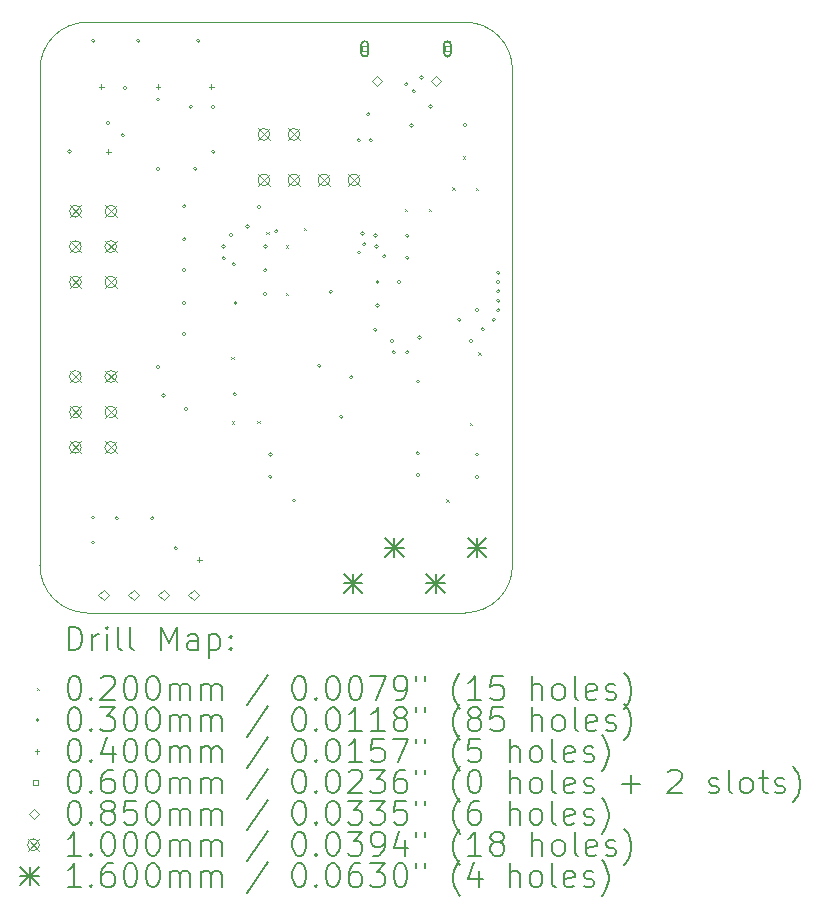
<source format=gbr>
%TF.GenerationSoftware,KiCad,Pcbnew,7.0.2*%
%TF.CreationDate,2023-09-23T11:44:01-05:00*%
%TF.ProjectId,BPS-PeripheralSOM,4250532d-5065-4726-9970-686572616c53,rev?*%
%TF.SameCoordinates,Original*%
%TF.FileFunction,Drillmap*%
%TF.FilePolarity,Positive*%
%FSLAX45Y45*%
G04 Gerber Fmt 4.5, Leading zero omitted, Abs format (unit mm)*
G04 Created by KiCad (PCBNEW 7.0.2) date 2023-09-23 11:44:01*
%MOMM*%
%LPD*%
G01*
G04 APERTURE LIST*
%ADD10C,0.100000*%
%ADD11C,0.200000*%
%ADD12C,0.020000*%
%ADD13C,0.030000*%
%ADD14C,0.040000*%
%ADD15C,0.060000*%
%ADD16C,0.085000*%
%ADD17C,0.160000*%
G04 APERTURE END LIST*
D10*
X14000000Y-4400000D02*
G75*
G03*
X13600000Y-4000000I-400000J0D01*
G01*
X13600000Y-9000000D02*
X10400000Y-9000000D01*
X13600000Y-9000000D02*
G75*
G03*
X14000000Y-8600000I0J400000D01*
G01*
X10400000Y-4000000D02*
G75*
G03*
X10000000Y-4400000I0J-400000D01*
G01*
X10400000Y-4000000D02*
X13600000Y-4000000D01*
X10000000Y-8600000D02*
X10000000Y-4400000D01*
X10000000Y-8600000D02*
G75*
G03*
X10400000Y-9000000I400000J0D01*
G01*
X14000000Y-4400000D02*
X14000000Y-8600000D01*
D11*
D12*
X11620000Y-6835000D02*
X11640000Y-6855000D01*
X11640000Y-6835000D02*
X11620000Y-6855000D01*
X11625000Y-7380000D02*
X11645000Y-7400000D01*
X11645000Y-7380000D02*
X11625000Y-7400000D01*
X11840000Y-7375000D02*
X11860000Y-7395000D01*
X11860000Y-7375000D02*
X11840000Y-7395000D01*
X11915000Y-5775050D02*
X11935000Y-5795050D01*
X11935000Y-5775050D02*
X11915000Y-5795050D01*
X12080000Y-6290000D02*
X12100000Y-6310000D01*
X12100000Y-6290000D02*
X12080000Y-6310000D01*
X12081250Y-5890000D02*
X12101250Y-5910000D01*
X12101250Y-5890000D02*
X12081250Y-5910000D01*
X12236542Y-5741361D02*
X12256542Y-5761361D01*
X12256542Y-5741361D02*
X12236542Y-5761361D01*
X13090000Y-5581250D02*
X13110000Y-5601250D01*
X13110000Y-5581250D02*
X13090000Y-5601250D01*
X13290000Y-5580000D02*
X13310000Y-5600000D01*
X13310000Y-5580000D02*
X13290000Y-5600000D01*
X13440000Y-8040000D02*
X13460000Y-8060000D01*
X13460000Y-8040000D02*
X13440000Y-8060000D01*
X13490000Y-5398750D02*
X13510000Y-5418750D01*
X13510000Y-5398750D02*
X13490000Y-5418750D01*
X13579000Y-5135000D02*
X13599000Y-5155000D01*
X13599000Y-5135000D02*
X13579000Y-5155000D01*
X13640000Y-7390000D02*
X13660000Y-7410000D01*
X13660000Y-7390000D02*
X13640000Y-7410000D01*
X13690000Y-5400000D02*
X13710000Y-5420000D01*
X13710000Y-5400000D02*
X13690000Y-5420000D01*
X13710000Y-6795000D02*
X13730000Y-6815000D01*
X13730000Y-6795000D02*
X13710000Y-6815000D01*
D13*
X10265000Y-5096250D02*
G75*
G03*
X10265000Y-5096250I-15000J0D01*
G01*
X10465000Y-8193750D02*
G75*
G03*
X10465000Y-8193750I-15000J0D01*
G01*
X10465000Y-8406250D02*
G75*
G03*
X10465000Y-8406250I-15000J0D01*
G01*
X10465500Y-4156250D02*
G75*
G03*
X10465500Y-4156250I-15000J0D01*
G01*
X10589638Y-4853888D02*
G75*
G03*
X10589638Y-4853888I-15000J0D01*
G01*
X10665000Y-8200000D02*
G75*
G03*
X10665000Y-8200000I-15000J0D01*
G01*
X10715000Y-4956250D02*
G75*
G03*
X10715000Y-4956250I-15000J0D01*
G01*
X10735000Y-4557500D02*
G75*
G03*
X10735000Y-4557500I-15000J0D01*
G01*
X10846500Y-4156250D02*
G75*
G03*
X10846500Y-4156250I-15000J0D01*
G01*
X10965000Y-8200000D02*
G75*
G03*
X10965000Y-8200000I-15000J0D01*
G01*
X11014888Y-4653320D02*
G75*
G03*
X11014888Y-4653320I-15000J0D01*
G01*
X11015000Y-6920000D02*
G75*
G03*
X11015000Y-6920000I-15000J0D01*
G01*
X11015325Y-5241825D02*
G75*
G03*
X11015325Y-5241825I-15000J0D01*
G01*
X11060000Y-7160000D02*
G75*
G03*
X11060000Y-7160000I-15000J0D01*
G01*
X11165000Y-8455000D02*
G75*
G03*
X11165000Y-8455000I-15000J0D01*
G01*
X11235000Y-5558610D02*
G75*
G03*
X11235000Y-5558610I-15000J0D01*
G01*
X11235000Y-5838610D02*
G75*
G03*
X11235000Y-5838610I-15000J0D01*
G01*
X11235000Y-6098610D02*
G75*
G03*
X11235000Y-6098610I-15000J0D01*
G01*
X11235000Y-6378610D02*
G75*
G03*
X11235000Y-6378610I-15000J0D01*
G01*
X11235000Y-6638610D02*
G75*
G03*
X11235000Y-6638610I-15000J0D01*
G01*
X11250000Y-7275000D02*
G75*
G03*
X11250000Y-7275000I-15000J0D01*
G01*
X11290000Y-4716250D02*
G75*
G03*
X11290000Y-4716250I-15000J0D01*
G01*
X11329943Y-5242550D02*
G75*
G03*
X11329943Y-5242550I-15000J0D01*
G01*
X11354500Y-4156250D02*
G75*
G03*
X11354500Y-4156250I-15000J0D01*
G01*
X11480000Y-4716250D02*
G75*
G03*
X11480000Y-4716250I-15000J0D01*
G01*
X11481500Y-5096250D02*
G75*
G03*
X11481500Y-5096250I-15000J0D01*
G01*
X11567450Y-5900000D02*
G75*
G03*
X11567450Y-5900000I-15000J0D01*
G01*
X11569348Y-5998102D02*
G75*
G03*
X11569348Y-5998102I-15000J0D01*
G01*
X11631850Y-5803150D02*
G75*
G03*
X11631850Y-5803150I-15000J0D01*
G01*
X11655050Y-6050000D02*
G75*
G03*
X11655050Y-6050000I-15000J0D01*
G01*
X11665000Y-7150000D02*
G75*
G03*
X11665000Y-7150000I-15000J0D01*
G01*
X11670050Y-6376971D02*
G75*
G03*
X11670050Y-6376971I-15000J0D01*
G01*
X11773750Y-5730000D02*
G75*
G03*
X11773750Y-5730000I-15000J0D01*
G01*
X11870000Y-5565000D02*
G75*
G03*
X11870000Y-5565000I-15000J0D01*
G01*
X11920000Y-6300000D02*
G75*
G03*
X11920000Y-6300000I-15000J0D01*
G01*
X11923750Y-5900000D02*
G75*
G03*
X11923750Y-5900000I-15000J0D01*
G01*
X11923750Y-6100000D02*
G75*
G03*
X11923750Y-6100000I-15000J0D01*
G01*
X11965000Y-7660000D02*
G75*
G03*
X11965000Y-7660000I-15000J0D01*
G01*
X11965000Y-7850000D02*
G75*
G03*
X11965000Y-7850000I-15000J0D01*
G01*
X12015000Y-5770000D02*
G75*
G03*
X12015000Y-5770000I-15000J0D01*
G01*
X12165000Y-8050000D02*
G75*
G03*
X12165000Y-8050000I-15000J0D01*
G01*
X12379950Y-6910000D02*
G75*
G03*
X12379950Y-6910000I-15000J0D01*
G01*
X12477033Y-6282967D02*
G75*
G03*
X12477033Y-6282967I-15000J0D01*
G01*
X12565000Y-7340000D02*
G75*
G03*
X12565000Y-7340000I-15000J0D01*
G01*
X12648750Y-7006250D02*
G75*
G03*
X12648750Y-7006250I-15000J0D01*
G01*
X12715000Y-5000000D02*
G75*
G03*
X12715000Y-5000000I-15000J0D01*
G01*
X12715000Y-5950000D02*
G75*
G03*
X12715000Y-5950000I-15000J0D01*
G01*
X12744454Y-5788768D02*
G75*
G03*
X12744454Y-5788768I-15000J0D01*
G01*
X12759885Y-5880050D02*
G75*
G03*
X12759885Y-5880050I-15000J0D01*
G01*
X12795000Y-4780000D02*
G75*
G03*
X12795000Y-4780000I-15000J0D01*
G01*
X12815000Y-5000000D02*
G75*
G03*
X12815000Y-5000000I-15000J0D01*
G01*
X12855000Y-5805000D02*
G75*
G03*
X12855000Y-5805000I-15000J0D01*
G01*
X12855000Y-6605000D02*
G75*
G03*
X12855000Y-6605000I-15000J0D01*
G01*
X12865000Y-5900000D02*
G75*
G03*
X12865000Y-5900000I-15000J0D01*
G01*
X12873750Y-6200000D02*
G75*
G03*
X12873750Y-6200000I-15000J0D01*
G01*
X12873750Y-6400000D02*
G75*
G03*
X12873750Y-6400000I-15000J0D01*
G01*
X12928123Y-5981877D02*
G75*
G03*
X12928123Y-5981877I-15000J0D01*
G01*
X12995000Y-6700000D02*
G75*
G03*
X12995000Y-6700000I-15000J0D01*
G01*
X13010464Y-6794536D02*
G75*
G03*
X13010464Y-6794536I-15000J0D01*
G01*
X13056250Y-6200000D02*
G75*
G03*
X13056250Y-6200000I-15000J0D01*
G01*
X13115000Y-4525208D02*
G75*
G03*
X13115000Y-4525208I-15000J0D01*
G01*
X13125003Y-5807957D02*
G75*
G03*
X13125003Y-5807957I-15000J0D01*
G01*
X13125510Y-5995000D02*
G75*
G03*
X13125510Y-5995000I-15000J0D01*
G01*
X13125510Y-6795000D02*
G75*
G03*
X13125510Y-6795000I-15000J0D01*
G01*
X13158750Y-4875000D02*
G75*
G03*
X13158750Y-4875000I-15000J0D01*
G01*
X13180000Y-4583750D02*
G75*
G03*
X13180000Y-4583750I-15000J0D01*
G01*
X13215000Y-7042550D02*
G75*
G03*
X13215000Y-7042550I-15000J0D01*
G01*
X13215000Y-7650000D02*
G75*
G03*
X13215000Y-7650000I-15000J0D01*
G01*
X13215000Y-7832500D02*
G75*
G03*
X13215000Y-7832500I-15000J0D01*
G01*
X13227287Y-6670163D02*
G75*
G03*
X13227287Y-6670163I-15000J0D01*
G01*
X13245000Y-4467758D02*
G75*
G03*
X13245000Y-4467758I-15000J0D01*
G01*
X13321203Y-4713899D02*
G75*
G03*
X13321203Y-4713899I-15000J0D01*
G01*
X13565399Y-6519216D02*
G75*
G03*
X13565399Y-6519216I-15000J0D01*
G01*
X13615000Y-4870000D02*
G75*
G03*
X13615000Y-4870000I-15000J0D01*
G01*
X13665000Y-6700000D02*
G75*
G03*
X13665000Y-6700000I-15000J0D01*
G01*
X13715000Y-6437450D02*
G75*
G03*
X13715000Y-6437450I-15000J0D01*
G01*
X13715000Y-7660000D02*
G75*
G03*
X13715000Y-7660000I-15000J0D01*
G01*
X13715000Y-7850000D02*
G75*
G03*
X13715000Y-7850000I-15000J0D01*
G01*
X13765000Y-6600000D02*
G75*
G03*
X13765000Y-6600000I-15000J0D01*
G01*
X13857950Y-6520000D02*
G75*
G03*
X13857950Y-6520000I-15000J0D01*
G01*
X13895000Y-6120000D02*
G75*
G03*
X13895000Y-6120000I-15000J0D01*
G01*
X13895000Y-6200000D02*
G75*
G03*
X13895000Y-6200000I-15000J0D01*
G01*
X13895000Y-6280000D02*
G75*
G03*
X13895000Y-6280000I-15000J0D01*
G01*
X13895000Y-6360000D02*
G75*
G03*
X13895000Y-6360000I-15000J0D01*
G01*
X13895000Y-6440000D02*
G75*
G03*
X13895000Y-6440000I-15000J0D01*
G01*
D14*
X10520000Y-4526250D02*
X10520000Y-4566250D01*
X10500000Y-4546250D02*
X10540000Y-4546250D01*
X10577500Y-5076250D02*
X10577500Y-5116250D01*
X10557500Y-5096250D02*
X10597500Y-5096250D01*
X11000000Y-4526250D02*
X11000000Y-4566250D01*
X10980000Y-4546250D02*
X11020000Y-4546250D01*
X11350000Y-8530000D02*
X11350000Y-8570000D01*
X11330000Y-8550000D02*
X11370000Y-8550000D01*
X11450000Y-4526250D02*
X11450000Y-4566250D01*
X11430000Y-4546250D02*
X11470000Y-4546250D01*
D15*
X12771213Y-4247463D02*
X12771213Y-4205037D01*
X12728787Y-4205037D01*
X12728787Y-4247463D01*
X12771213Y-4247463D01*
D11*
X12780000Y-4261250D02*
X12780000Y-4191250D01*
X12780000Y-4191250D02*
G75*
G03*
X12720000Y-4191250I-30000J0D01*
G01*
X12720000Y-4191250D02*
X12720000Y-4261250D01*
X12720000Y-4261250D02*
G75*
G03*
X12780000Y-4261250I30000J0D01*
G01*
D15*
X13471213Y-4247463D02*
X13471213Y-4205037D01*
X13428787Y-4205037D01*
X13428787Y-4247463D01*
X13471213Y-4247463D01*
D11*
X13420000Y-4191250D02*
X13420000Y-4261250D01*
X13420000Y-4261250D02*
G75*
G03*
X13480000Y-4261250I30000J0D01*
G01*
X13480000Y-4261250D02*
X13480000Y-4191250D01*
X13480000Y-4191250D02*
G75*
G03*
X13420000Y-4191250I-30000J0D01*
G01*
D16*
X10538000Y-8892500D02*
X10580500Y-8850000D01*
X10538000Y-8807500D01*
X10495500Y-8850000D01*
X10538000Y-8892500D01*
X10792000Y-8892500D02*
X10834500Y-8850000D01*
X10792000Y-8807500D01*
X10749500Y-8850000D01*
X10792000Y-8892500D01*
X11046000Y-8892500D02*
X11088500Y-8850000D01*
X11046000Y-8807500D01*
X11003500Y-8850000D01*
X11046000Y-8892500D01*
X11300000Y-8892500D02*
X11342500Y-8850000D01*
X11300000Y-8807500D01*
X11257500Y-8850000D01*
X11300000Y-8892500D01*
X12850000Y-4538750D02*
X12892500Y-4496250D01*
X12850000Y-4453750D01*
X12807500Y-4496250D01*
X12850000Y-4538750D01*
X13350000Y-4538750D02*
X13392500Y-4496250D01*
X13350000Y-4453750D01*
X13307500Y-4496250D01*
X13350000Y-4538750D01*
D10*
X10250000Y-5550000D02*
X10350000Y-5650000D01*
X10350000Y-5550000D02*
X10250000Y-5650000D01*
X10350000Y-5600000D02*
G75*
G03*
X10350000Y-5600000I-50000J0D01*
G01*
X10250000Y-5850000D02*
X10350000Y-5950000D01*
X10350000Y-5850000D02*
X10250000Y-5950000D01*
X10350000Y-5900000D02*
G75*
G03*
X10350000Y-5900000I-50000J0D01*
G01*
X10250000Y-6150000D02*
X10350000Y-6250000D01*
X10350000Y-6150000D02*
X10250000Y-6250000D01*
X10350000Y-6200000D02*
G75*
G03*
X10350000Y-6200000I-50000J0D01*
G01*
X10250000Y-6950000D02*
X10350000Y-7050000D01*
X10350000Y-6950000D02*
X10250000Y-7050000D01*
X10350000Y-7000000D02*
G75*
G03*
X10350000Y-7000000I-50000J0D01*
G01*
X10250000Y-7250000D02*
X10350000Y-7350000D01*
X10350000Y-7250000D02*
X10250000Y-7350000D01*
X10350000Y-7300000D02*
G75*
G03*
X10350000Y-7300000I-50000J0D01*
G01*
X10250000Y-7550000D02*
X10350000Y-7650000D01*
X10350000Y-7550000D02*
X10250000Y-7650000D01*
X10350000Y-7600000D02*
G75*
G03*
X10350000Y-7600000I-50000J0D01*
G01*
X10550000Y-5550000D02*
X10650000Y-5650000D01*
X10650000Y-5550000D02*
X10550000Y-5650000D01*
X10650000Y-5600000D02*
G75*
G03*
X10650000Y-5600000I-50000J0D01*
G01*
X10550000Y-5850000D02*
X10650000Y-5950000D01*
X10650000Y-5850000D02*
X10550000Y-5950000D01*
X10650000Y-5900000D02*
G75*
G03*
X10650000Y-5900000I-50000J0D01*
G01*
X10550000Y-6150000D02*
X10650000Y-6250000D01*
X10650000Y-6150000D02*
X10550000Y-6250000D01*
X10650000Y-6200000D02*
G75*
G03*
X10650000Y-6200000I-50000J0D01*
G01*
X10550000Y-6950000D02*
X10650000Y-7050000D01*
X10650000Y-6950000D02*
X10550000Y-7050000D01*
X10650000Y-7000000D02*
G75*
G03*
X10650000Y-7000000I-50000J0D01*
G01*
X10550000Y-7250000D02*
X10650000Y-7350000D01*
X10650000Y-7250000D02*
X10550000Y-7350000D01*
X10650000Y-7300000D02*
G75*
G03*
X10650000Y-7300000I-50000J0D01*
G01*
X10550000Y-7550000D02*
X10650000Y-7650000D01*
X10650000Y-7550000D02*
X10550000Y-7650000D01*
X10650000Y-7600000D02*
G75*
G03*
X10650000Y-7600000I-50000J0D01*
G01*
X11845000Y-5285000D02*
X11945000Y-5385000D01*
X11945000Y-5285000D02*
X11845000Y-5385000D01*
X11945000Y-5335000D02*
G75*
G03*
X11945000Y-5335000I-50000J0D01*
G01*
X11846000Y-4900000D02*
X11946000Y-5000000D01*
X11946000Y-4900000D02*
X11846000Y-5000000D01*
X11946000Y-4950000D02*
G75*
G03*
X11946000Y-4950000I-50000J0D01*
G01*
X12099000Y-5285000D02*
X12199000Y-5385000D01*
X12199000Y-5285000D02*
X12099000Y-5385000D01*
X12199000Y-5335000D02*
G75*
G03*
X12199000Y-5335000I-50000J0D01*
G01*
X12100000Y-4900000D02*
X12200000Y-5000000D01*
X12200000Y-4900000D02*
X12100000Y-5000000D01*
X12200000Y-4950000D02*
G75*
G03*
X12200000Y-4950000I-50000J0D01*
G01*
X12353000Y-5285000D02*
X12453000Y-5385000D01*
X12453000Y-5285000D02*
X12353000Y-5385000D01*
X12453000Y-5335000D02*
G75*
G03*
X12453000Y-5335000I-50000J0D01*
G01*
X12607000Y-5285000D02*
X12707000Y-5385000D01*
X12707000Y-5285000D02*
X12607000Y-5385000D01*
X12707000Y-5335000D02*
G75*
G03*
X12707000Y-5335000I-50000J0D01*
G01*
D17*
X12570000Y-8670000D02*
X12730000Y-8830000D01*
X12730000Y-8670000D02*
X12570000Y-8830000D01*
X12650000Y-8670000D02*
X12650000Y-8830000D01*
X12570000Y-8750000D02*
X12730000Y-8750000D01*
X12920000Y-8370000D02*
X13080000Y-8530000D01*
X13080000Y-8370000D02*
X12920000Y-8530000D01*
X13000000Y-8370000D02*
X13000000Y-8530000D01*
X12920000Y-8450000D02*
X13080000Y-8450000D01*
X13270000Y-8670000D02*
X13430000Y-8830000D01*
X13430000Y-8670000D02*
X13270000Y-8830000D01*
X13350000Y-8670000D02*
X13350000Y-8830000D01*
X13270000Y-8750000D02*
X13430000Y-8750000D01*
X13620000Y-8370000D02*
X13780000Y-8530000D01*
X13780000Y-8370000D02*
X13620000Y-8530000D01*
X13700000Y-8370000D02*
X13700000Y-8530000D01*
X13620000Y-8450000D02*
X13780000Y-8450000D01*
D11*
X10242619Y-9317524D02*
X10242619Y-9117524D01*
X10242619Y-9117524D02*
X10290238Y-9117524D01*
X10290238Y-9117524D02*
X10318810Y-9127048D01*
X10318810Y-9127048D02*
X10337857Y-9146095D01*
X10337857Y-9146095D02*
X10347381Y-9165143D01*
X10347381Y-9165143D02*
X10356905Y-9203238D01*
X10356905Y-9203238D02*
X10356905Y-9231810D01*
X10356905Y-9231810D02*
X10347381Y-9269905D01*
X10347381Y-9269905D02*
X10337857Y-9288952D01*
X10337857Y-9288952D02*
X10318810Y-9308000D01*
X10318810Y-9308000D02*
X10290238Y-9317524D01*
X10290238Y-9317524D02*
X10242619Y-9317524D01*
X10442619Y-9317524D02*
X10442619Y-9184190D01*
X10442619Y-9222286D02*
X10452143Y-9203238D01*
X10452143Y-9203238D02*
X10461667Y-9193714D01*
X10461667Y-9193714D02*
X10480714Y-9184190D01*
X10480714Y-9184190D02*
X10499762Y-9184190D01*
X10566429Y-9317524D02*
X10566429Y-9184190D01*
X10566429Y-9117524D02*
X10556905Y-9127048D01*
X10556905Y-9127048D02*
X10566429Y-9136571D01*
X10566429Y-9136571D02*
X10575952Y-9127048D01*
X10575952Y-9127048D02*
X10566429Y-9117524D01*
X10566429Y-9117524D02*
X10566429Y-9136571D01*
X10690238Y-9317524D02*
X10671190Y-9308000D01*
X10671190Y-9308000D02*
X10661667Y-9288952D01*
X10661667Y-9288952D02*
X10661667Y-9117524D01*
X10795000Y-9317524D02*
X10775952Y-9308000D01*
X10775952Y-9308000D02*
X10766429Y-9288952D01*
X10766429Y-9288952D02*
X10766429Y-9117524D01*
X11023571Y-9317524D02*
X11023571Y-9117524D01*
X11023571Y-9117524D02*
X11090238Y-9260381D01*
X11090238Y-9260381D02*
X11156905Y-9117524D01*
X11156905Y-9117524D02*
X11156905Y-9317524D01*
X11337857Y-9317524D02*
X11337857Y-9212762D01*
X11337857Y-9212762D02*
X11328333Y-9193714D01*
X11328333Y-9193714D02*
X11309286Y-9184190D01*
X11309286Y-9184190D02*
X11271190Y-9184190D01*
X11271190Y-9184190D02*
X11252143Y-9193714D01*
X11337857Y-9308000D02*
X11318809Y-9317524D01*
X11318809Y-9317524D02*
X11271190Y-9317524D01*
X11271190Y-9317524D02*
X11252143Y-9308000D01*
X11252143Y-9308000D02*
X11242619Y-9288952D01*
X11242619Y-9288952D02*
X11242619Y-9269905D01*
X11242619Y-9269905D02*
X11252143Y-9250857D01*
X11252143Y-9250857D02*
X11271190Y-9241333D01*
X11271190Y-9241333D02*
X11318809Y-9241333D01*
X11318809Y-9241333D02*
X11337857Y-9231810D01*
X11433095Y-9184190D02*
X11433095Y-9384190D01*
X11433095Y-9193714D02*
X11452143Y-9184190D01*
X11452143Y-9184190D02*
X11490238Y-9184190D01*
X11490238Y-9184190D02*
X11509286Y-9193714D01*
X11509286Y-9193714D02*
X11518809Y-9203238D01*
X11518809Y-9203238D02*
X11528333Y-9222286D01*
X11528333Y-9222286D02*
X11528333Y-9279429D01*
X11528333Y-9279429D02*
X11518809Y-9298476D01*
X11518809Y-9298476D02*
X11509286Y-9308000D01*
X11509286Y-9308000D02*
X11490238Y-9317524D01*
X11490238Y-9317524D02*
X11452143Y-9317524D01*
X11452143Y-9317524D02*
X11433095Y-9308000D01*
X11614048Y-9298476D02*
X11623571Y-9308000D01*
X11623571Y-9308000D02*
X11614048Y-9317524D01*
X11614048Y-9317524D02*
X11604524Y-9308000D01*
X11604524Y-9308000D02*
X11614048Y-9298476D01*
X11614048Y-9298476D02*
X11614048Y-9317524D01*
X11614048Y-9193714D02*
X11623571Y-9203238D01*
X11623571Y-9203238D02*
X11614048Y-9212762D01*
X11614048Y-9212762D02*
X11604524Y-9203238D01*
X11604524Y-9203238D02*
X11614048Y-9193714D01*
X11614048Y-9193714D02*
X11614048Y-9212762D01*
D12*
X9975000Y-9635000D02*
X9995000Y-9655000D01*
X9995000Y-9635000D02*
X9975000Y-9655000D01*
D11*
X10280714Y-9537524D02*
X10299762Y-9537524D01*
X10299762Y-9537524D02*
X10318810Y-9547048D01*
X10318810Y-9547048D02*
X10328333Y-9556571D01*
X10328333Y-9556571D02*
X10337857Y-9575619D01*
X10337857Y-9575619D02*
X10347381Y-9613714D01*
X10347381Y-9613714D02*
X10347381Y-9661333D01*
X10347381Y-9661333D02*
X10337857Y-9699429D01*
X10337857Y-9699429D02*
X10328333Y-9718476D01*
X10328333Y-9718476D02*
X10318810Y-9728000D01*
X10318810Y-9728000D02*
X10299762Y-9737524D01*
X10299762Y-9737524D02*
X10280714Y-9737524D01*
X10280714Y-9737524D02*
X10261667Y-9728000D01*
X10261667Y-9728000D02*
X10252143Y-9718476D01*
X10252143Y-9718476D02*
X10242619Y-9699429D01*
X10242619Y-9699429D02*
X10233095Y-9661333D01*
X10233095Y-9661333D02*
X10233095Y-9613714D01*
X10233095Y-9613714D02*
X10242619Y-9575619D01*
X10242619Y-9575619D02*
X10252143Y-9556571D01*
X10252143Y-9556571D02*
X10261667Y-9547048D01*
X10261667Y-9547048D02*
X10280714Y-9537524D01*
X10433095Y-9718476D02*
X10442619Y-9728000D01*
X10442619Y-9728000D02*
X10433095Y-9737524D01*
X10433095Y-9737524D02*
X10423571Y-9728000D01*
X10423571Y-9728000D02*
X10433095Y-9718476D01*
X10433095Y-9718476D02*
X10433095Y-9737524D01*
X10518810Y-9556571D02*
X10528333Y-9547048D01*
X10528333Y-9547048D02*
X10547381Y-9537524D01*
X10547381Y-9537524D02*
X10595000Y-9537524D01*
X10595000Y-9537524D02*
X10614048Y-9547048D01*
X10614048Y-9547048D02*
X10623571Y-9556571D01*
X10623571Y-9556571D02*
X10633095Y-9575619D01*
X10633095Y-9575619D02*
X10633095Y-9594667D01*
X10633095Y-9594667D02*
X10623571Y-9623238D01*
X10623571Y-9623238D02*
X10509286Y-9737524D01*
X10509286Y-9737524D02*
X10633095Y-9737524D01*
X10756905Y-9537524D02*
X10775952Y-9537524D01*
X10775952Y-9537524D02*
X10795000Y-9547048D01*
X10795000Y-9547048D02*
X10804524Y-9556571D01*
X10804524Y-9556571D02*
X10814048Y-9575619D01*
X10814048Y-9575619D02*
X10823571Y-9613714D01*
X10823571Y-9613714D02*
X10823571Y-9661333D01*
X10823571Y-9661333D02*
X10814048Y-9699429D01*
X10814048Y-9699429D02*
X10804524Y-9718476D01*
X10804524Y-9718476D02*
X10795000Y-9728000D01*
X10795000Y-9728000D02*
X10775952Y-9737524D01*
X10775952Y-9737524D02*
X10756905Y-9737524D01*
X10756905Y-9737524D02*
X10737857Y-9728000D01*
X10737857Y-9728000D02*
X10728333Y-9718476D01*
X10728333Y-9718476D02*
X10718810Y-9699429D01*
X10718810Y-9699429D02*
X10709286Y-9661333D01*
X10709286Y-9661333D02*
X10709286Y-9613714D01*
X10709286Y-9613714D02*
X10718810Y-9575619D01*
X10718810Y-9575619D02*
X10728333Y-9556571D01*
X10728333Y-9556571D02*
X10737857Y-9547048D01*
X10737857Y-9547048D02*
X10756905Y-9537524D01*
X10947381Y-9537524D02*
X10966429Y-9537524D01*
X10966429Y-9537524D02*
X10985476Y-9547048D01*
X10985476Y-9547048D02*
X10995000Y-9556571D01*
X10995000Y-9556571D02*
X11004524Y-9575619D01*
X11004524Y-9575619D02*
X11014048Y-9613714D01*
X11014048Y-9613714D02*
X11014048Y-9661333D01*
X11014048Y-9661333D02*
X11004524Y-9699429D01*
X11004524Y-9699429D02*
X10995000Y-9718476D01*
X10995000Y-9718476D02*
X10985476Y-9728000D01*
X10985476Y-9728000D02*
X10966429Y-9737524D01*
X10966429Y-9737524D02*
X10947381Y-9737524D01*
X10947381Y-9737524D02*
X10928333Y-9728000D01*
X10928333Y-9728000D02*
X10918810Y-9718476D01*
X10918810Y-9718476D02*
X10909286Y-9699429D01*
X10909286Y-9699429D02*
X10899762Y-9661333D01*
X10899762Y-9661333D02*
X10899762Y-9613714D01*
X10899762Y-9613714D02*
X10909286Y-9575619D01*
X10909286Y-9575619D02*
X10918810Y-9556571D01*
X10918810Y-9556571D02*
X10928333Y-9547048D01*
X10928333Y-9547048D02*
X10947381Y-9537524D01*
X11099762Y-9737524D02*
X11099762Y-9604190D01*
X11099762Y-9623238D02*
X11109286Y-9613714D01*
X11109286Y-9613714D02*
X11128333Y-9604190D01*
X11128333Y-9604190D02*
X11156905Y-9604190D01*
X11156905Y-9604190D02*
X11175952Y-9613714D01*
X11175952Y-9613714D02*
X11185476Y-9632762D01*
X11185476Y-9632762D02*
X11185476Y-9737524D01*
X11185476Y-9632762D02*
X11195000Y-9613714D01*
X11195000Y-9613714D02*
X11214048Y-9604190D01*
X11214048Y-9604190D02*
X11242619Y-9604190D01*
X11242619Y-9604190D02*
X11261667Y-9613714D01*
X11261667Y-9613714D02*
X11271190Y-9632762D01*
X11271190Y-9632762D02*
X11271190Y-9737524D01*
X11366429Y-9737524D02*
X11366429Y-9604190D01*
X11366429Y-9623238D02*
X11375952Y-9613714D01*
X11375952Y-9613714D02*
X11395000Y-9604190D01*
X11395000Y-9604190D02*
X11423571Y-9604190D01*
X11423571Y-9604190D02*
X11442619Y-9613714D01*
X11442619Y-9613714D02*
X11452143Y-9632762D01*
X11452143Y-9632762D02*
X11452143Y-9737524D01*
X11452143Y-9632762D02*
X11461667Y-9613714D01*
X11461667Y-9613714D02*
X11480714Y-9604190D01*
X11480714Y-9604190D02*
X11509286Y-9604190D01*
X11509286Y-9604190D02*
X11528333Y-9613714D01*
X11528333Y-9613714D02*
X11537857Y-9632762D01*
X11537857Y-9632762D02*
X11537857Y-9737524D01*
X11928333Y-9528000D02*
X11756905Y-9785143D01*
X12185476Y-9537524D02*
X12204524Y-9537524D01*
X12204524Y-9537524D02*
X12223572Y-9547048D01*
X12223572Y-9547048D02*
X12233095Y-9556571D01*
X12233095Y-9556571D02*
X12242619Y-9575619D01*
X12242619Y-9575619D02*
X12252143Y-9613714D01*
X12252143Y-9613714D02*
X12252143Y-9661333D01*
X12252143Y-9661333D02*
X12242619Y-9699429D01*
X12242619Y-9699429D02*
X12233095Y-9718476D01*
X12233095Y-9718476D02*
X12223572Y-9728000D01*
X12223572Y-9728000D02*
X12204524Y-9737524D01*
X12204524Y-9737524D02*
X12185476Y-9737524D01*
X12185476Y-9737524D02*
X12166429Y-9728000D01*
X12166429Y-9728000D02*
X12156905Y-9718476D01*
X12156905Y-9718476D02*
X12147381Y-9699429D01*
X12147381Y-9699429D02*
X12137857Y-9661333D01*
X12137857Y-9661333D02*
X12137857Y-9613714D01*
X12137857Y-9613714D02*
X12147381Y-9575619D01*
X12147381Y-9575619D02*
X12156905Y-9556571D01*
X12156905Y-9556571D02*
X12166429Y-9547048D01*
X12166429Y-9547048D02*
X12185476Y-9537524D01*
X12337857Y-9718476D02*
X12347381Y-9728000D01*
X12347381Y-9728000D02*
X12337857Y-9737524D01*
X12337857Y-9737524D02*
X12328333Y-9728000D01*
X12328333Y-9728000D02*
X12337857Y-9718476D01*
X12337857Y-9718476D02*
X12337857Y-9737524D01*
X12471191Y-9537524D02*
X12490238Y-9537524D01*
X12490238Y-9537524D02*
X12509286Y-9547048D01*
X12509286Y-9547048D02*
X12518810Y-9556571D01*
X12518810Y-9556571D02*
X12528333Y-9575619D01*
X12528333Y-9575619D02*
X12537857Y-9613714D01*
X12537857Y-9613714D02*
X12537857Y-9661333D01*
X12537857Y-9661333D02*
X12528333Y-9699429D01*
X12528333Y-9699429D02*
X12518810Y-9718476D01*
X12518810Y-9718476D02*
X12509286Y-9728000D01*
X12509286Y-9728000D02*
X12490238Y-9737524D01*
X12490238Y-9737524D02*
X12471191Y-9737524D01*
X12471191Y-9737524D02*
X12452143Y-9728000D01*
X12452143Y-9728000D02*
X12442619Y-9718476D01*
X12442619Y-9718476D02*
X12433095Y-9699429D01*
X12433095Y-9699429D02*
X12423572Y-9661333D01*
X12423572Y-9661333D02*
X12423572Y-9613714D01*
X12423572Y-9613714D02*
X12433095Y-9575619D01*
X12433095Y-9575619D02*
X12442619Y-9556571D01*
X12442619Y-9556571D02*
X12452143Y-9547048D01*
X12452143Y-9547048D02*
X12471191Y-9537524D01*
X12661667Y-9537524D02*
X12680714Y-9537524D01*
X12680714Y-9537524D02*
X12699762Y-9547048D01*
X12699762Y-9547048D02*
X12709286Y-9556571D01*
X12709286Y-9556571D02*
X12718810Y-9575619D01*
X12718810Y-9575619D02*
X12728333Y-9613714D01*
X12728333Y-9613714D02*
X12728333Y-9661333D01*
X12728333Y-9661333D02*
X12718810Y-9699429D01*
X12718810Y-9699429D02*
X12709286Y-9718476D01*
X12709286Y-9718476D02*
X12699762Y-9728000D01*
X12699762Y-9728000D02*
X12680714Y-9737524D01*
X12680714Y-9737524D02*
X12661667Y-9737524D01*
X12661667Y-9737524D02*
X12642619Y-9728000D01*
X12642619Y-9728000D02*
X12633095Y-9718476D01*
X12633095Y-9718476D02*
X12623572Y-9699429D01*
X12623572Y-9699429D02*
X12614048Y-9661333D01*
X12614048Y-9661333D02*
X12614048Y-9613714D01*
X12614048Y-9613714D02*
X12623572Y-9575619D01*
X12623572Y-9575619D02*
X12633095Y-9556571D01*
X12633095Y-9556571D02*
X12642619Y-9547048D01*
X12642619Y-9547048D02*
X12661667Y-9537524D01*
X12795000Y-9537524D02*
X12928333Y-9537524D01*
X12928333Y-9537524D02*
X12842619Y-9737524D01*
X13014048Y-9737524D02*
X13052143Y-9737524D01*
X13052143Y-9737524D02*
X13071191Y-9728000D01*
X13071191Y-9728000D02*
X13080714Y-9718476D01*
X13080714Y-9718476D02*
X13099762Y-9689905D01*
X13099762Y-9689905D02*
X13109286Y-9651810D01*
X13109286Y-9651810D02*
X13109286Y-9575619D01*
X13109286Y-9575619D02*
X13099762Y-9556571D01*
X13099762Y-9556571D02*
X13090238Y-9547048D01*
X13090238Y-9547048D02*
X13071191Y-9537524D01*
X13071191Y-9537524D02*
X13033095Y-9537524D01*
X13033095Y-9537524D02*
X13014048Y-9547048D01*
X13014048Y-9547048D02*
X13004524Y-9556571D01*
X13004524Y-9556571D02*
X12995000Y-9575619D01*
X12995000Y-9575619D02*
X12995000Y-9623238D01*
X12995000Y-9623238D02*
X13004524Y-9642286D01*
X13004524Y-9642286D02*
X13014048Y-9651810D01*
X13014048Y-9651810D02*
X13033095Y-9661333D01*
X13033095Y-9661333D02*
X13071191Y-9661333D01*
X13071191Y-9661333D02*
X13090238Y-9651810D01*
X13090238Y-9651810D02*
X13099762Y-9642286D01*
X13099762Y-9642286D02*
X13109286Y-9623238D01*
X13185476Y-9537524D02*
X13185476Y-9575619D01*
X13261667Y-9537524D02*
X13261667Y-9575619D01*
X13556905Y-9813714D02*
X13547381Y-9804190D01*
X13547381Y-9804190D02*
X13528334Y-9775619D01*
X13528334Y-9775619D02*
X13518810Y-9756571D01*
X13518810Y-9756571D02*
X13509286Y-9728000D01*
X13509286Y-9728000D02*
X13499762Y-9680381D01*
X13499762Y-9680381D02*
X13499762Y-9642286D01*
X13499762Y-9642286D02*
X13509286Y-9594667D01*
X13509286Y-9594667D02*
X13518810Y-9566095D01*
X13518810Y-9566095D02*
X13528334Y-9547048D01*
X13528334Y-9547048D02*
X13547381Y-9518476D01*
X13547381Y-9518476D02*
X13556905Y-9508952D01*
X13737857Y-9737524D02*
X13623572Y-9737524D01*
X13680714Y-9737524D02*
X13680714Y-9537524D01*
X13680714Y-9537524D02*
X13661667Y-9566095D01*
X13661667Y-9566095D02*
X13642619Y-9585143D01*
X13642619Y-9585143D02*
X13623572Y-9594667D01*
X13918810Y-9537524D02*
X13823572Y-9537524D01*
X13823572Y-9537524D02*
X13814048Y-9632762D01*
X13814048Y-9632762D02*
X13823572Y-9623238D01*
X13823572Y-9623238D02*
X13842619Y-9613714D01*
X13842619Y-9613714D02*
X13890238Y-9613714D01*
X13890238Y-9613714D02*
X13909286Y-9623238D01*
X13909286Y-9623238D02*
X13918810Y-9632762D01*
X13918810Y-9632762D02*
X13928334Y-9651810D01*
X13928334Y-9651810D02*
X13928334Y-9699429D01*
X13928334Y-9699429D02*
X13918810Y-9718476D01*
X13918810Y-9718476D02*
X13909286Y-9728000D01*
X13909286Y-9728000D02*
X13890238Y-9737524D01*
X13890238Y-9737524D02*
X13842619Y-9737524D01*
X13842619Y-9737524D02*
X13823572Y-9728000D01*
X13823572Y-9728000D02*
X13814048Y-9718476D01*
X14166429Y-9737524D02*
X14166429Y-9537524D01*
X14252143Y-9737524D02*
X14252143Y-9632762D01*
X14252143Y-9632762D02*
X14242619Y-9613714D01*
X14242619Y-9613714D02*
X14223572Y-9604190D01*
X14223572Y-9604190D02*
X14195000Y-9604190D01*
X14195000Y-9604190D02*
X14175953Y-9613714D01*
X14175953Y-9613714D02*
X14166429Y-9623238D01*
X14375953Y-9737524D02*
X14356905Y-9728000D01*
X14356905Y-9728000D02*
X14347381Y-9718476D01*
X14347381Y-9718476D02*
X14337857Y-9699429D01*
X14337857Y-9699429D02*
X14337857Y-9642286D01*
X14337857Y-9642286D02*
X14347381Y-9623238D01*
X14347381Y-9623238D02*
X14356905Y-9613714D01*
X14356905Y-9613714D02*
X14375953Y-9604190D01*
X14375953Y-9604190D02*
X14404524Y-9604190D01*
X14404524Y-9604190D02*
X14423572Y-9613714D01*
X14423572Y-9613714D02*
X14433096Y-9623238D01*
X14433096Y-9623238D02*
X14442619Y-9642286D01*
X14442619Y-9642286D02*
X14442619Y-9699429D01*
X14442619Y-9699429D02*
X14433096Y-9718476D01*
X14433096Y-9718476D02*
X14423572Y-9728000D01*
X14423572Y-9728000D02*
X14404524Y-9737524D01*
X14404524Y-9737524D02*
X14375953Y-9737524D01*
X14556905Y-9737524D02*
X14537857Y-9728000D01*
X14537857Y-9728000D02*
X14528334Y-9708952D01*
X14528334Y-9708952D02*
X14528334Y-9537524D01*
X14709286Y-9728000D02*
X14690238Y-9737524D01*
X14690238Y-9737524D02*
X14652143Y-9737524D01*
X14652143Y-9737524D02*
X14633096Y-9728000D01*
X14633096Y-9728000D02*
X14623572Y-9708952D01*
X14623572Y-9708952D02*
X14623572Y-9632762D01*
X14623572Y-9632762D02*
X14633096Y-9613714D01*
X14633096Y-9613714D02*
X14652143Y-9604190D01*
X14652143Y-9604190D02*
X14690238Y-9604190D01*
X14690238Y-9604190D02*
X14709286Y-9613714D01*
X14709286Y-9613714D02*
X14718810Y-9632762D01*
X14718810Y-9632762D02*
X14718810Y-9651810D01*
X14718810Y-9651810D02*
X14623572Y-9670857D01*
X14795000Y-9728000D02*
X14814048Y-9737524D01*
X14814048Y-9737524D02*
X14852143Y-9737524D01*
X14852143Y-9737524D02*
X14871191Y-9728000D01*
X14871191Y-9728000D02*
X14880715Y-9708952D01*
X14880715Y-9708952D02*
X14880715Y-9699429D01*
X14880715Y-9699429D02*
X14871191Y-9680381D01*
X14871191Y-9680381D02*
X14852143Y-9670857D01*
X14852143Y-9670857D02*
X14823572Y-9670857D01*
X14823572Y-9670857D02*
X14804524Y-9661333D01*
X14804524Y-9661333D02*
X14795000Y-9642286D01*
X14795000Y-9642286D02*
X14795000Y-9632762D01*
X14795000Y-9632762D02*
X14804524Y-9613714D01*
X14804524Y-9613714D02*
X14823572Y-9604190D01*
X14823572Y-9604190D02*
X14852143Y-9604190D01*
X14852143Y-9604190D02*
X14871191Y-9613714D01*
X14947381Y-9813714D02*
X14956905Y-9804190D01*
X14956905Y-9804190D02*
X14975953Y-9775619D01*
X14975953Y-9775619D02*
X14985477Y-9756571D01*
X14985477Y-9756571D02*
X14995000Y-9728000D01*
X14995000Y-9728000D02*
X15004524Y-9680381D01*
X15004524Y-9680381D02*
X15004524Y-9642286D01*
X15004524Y-9642286D02*
X14995000Y-9594667D01*
X14995000Y-9594667D02*
X14985477Y-9566095D01*
X14985477Y-9566095D02*
X14975953Y-9547048D01*
X14975953Y-9547048D02*
X14956905Y-9518476D01*
X14956905Y-9518476D02*
X14947381Y-9508952D01*
D13*
X9995000Y-9909000D02*
G75*
G03*
X9995000Y-9909000I-15000J0D01*
G01*
D11*
X10280714Y-9801524D02*
X10299762Y-9801524D01*
X10299762Y-9801524D02*
X10318810Y-9811048D01*
X10318810Y-9811048D02*
X10328333Y-9820571D01*
X10328333Y-9820571D02*
X10337857Y-9839619D01*
X10337857Y-9839619D02*
X10347381Y-9877714D01*
X10347381Y-9877714D02*
X10347381Y-9925333D01*
X10347381Y-9925333D02*
X10337857Y-9963429D01*
X10337857Y-9963429D02*
X10328333Y-9982476D01*
X10328333Y-9982476D02*
X10318810Y-9992000D01*
X10318810Y-9992000D02*
X10299762Y-10001524D01*
X10299762Y-10001524D02*
X10280714Y-10001524D01*
X10280714Y-10001524D02*
X10261667Y-9992000D01*
X10261667Y-9992000D02*
X10252143Y-9982476D01*
X10252143Y-9982476D02*
X10242619Y-9963429D01*
X10242619Y-9963429D02*
X10233095Y-9925333D01*
X10233095Y-9925333D02*
X10233095Y-9877714D01*
X10233095Y-9877714D02*
X10242619Y-9839619D01*
X10242619Y-9839619D02*
X10252143Y-9820571D01*
X10252143Y-9820571D02*
X10261667Y-9811048D01*
X10261667Y-9811048D02*
X10280714Y-9801524D01*
X10433095Y-9982476D02*
X10442619Y-9992000D01*
X10442619Y-9992000D02*
X10433095Y-10001524D01*
X10433095Y-10001524D02*
X10423571Y-9992000D01*
X10423571Y-9992000D02*
X10433095Y-9982476D01*
X10433095Y-9982476D02*
X10433095Y-10001524D01*
X10509286Y-9801524D02*
X10633095Y-9801524D01*
X10633095Y-9801524D02*
X10566429Y-9877714D01*
X10566429Y-9877714D02*
X10595000Y-9877714D01*
X10595000Y-9877714D02*
X10614048Y-9887238D01*
X10614048Y-9887238D02*
X10623571Y-9896762D01*
X10623571Y-9896762D02*
X10633095Y-9915810D01*
X10633095Y-9915810D02*
X10633095Y-9963429D01*
X10633095Y-9963429D02*
X10623571Y-9982476D01*
X10623571Y-9982476D02*
X10614048Y-9992000D01*
X10614048Y-9992000D02*
X10595000Y-10001524D01*
X10595000Y-10001524D02*
X10537857Y-10001524D01*
X10537857Y-10001524D02*
X10518810Y-9992000D01*
X10518810Y-9992000D02*
X10509286Y-9982476D01*
X10756905Y-9801524D02*
X10775952Y-9801524D01*
X10775952Y-9801524D02*
X10795000Y-9811048D01*
X10795000Y-9811048D02*
X10804524Y-9820571D01*
X10804524Y-9820571D02*
X10814048Y-9839619D01*
X10814048Y-9839619D02*
X10823571Y-9877714D01*
X10823571Y-9877714D02*
X10823571Y-9925333D01*
X10823571Y-9925333D02*
X10814048Y-9963429D01*
X10814048Y-9963429D02*
X10804524Y-9982476D01*
X10804524Y-9982476D02*
X10795000Y-9992000D01*
X10795000Y-9992000D02*
X10775952Y-10001524D01*
X10775952Y-10001524D02*
X10756905Y-10001524D01*
X10756905Y-10001524D02*
X10737857Y-9992000D01*
X10737857Y-9992000D02*
X10728333Y-9982476D01*
X10728333Y-9982476D02*
X10718810Y-9963429D01*
X10718810Y-9963429D02*
X10709286Y-9925333D01*
X10709286Y-9925333D02*
X10709286Y-9877714D01*
X10709286Y-9877714D02*
X10718810Y-9839619D01*
X10718810Y-9839619D02*
X10728333Y-9820571D01*
X10728333Y-9820571D02*
X10737857Y-9811048D01*
X10737857Y-9811048D02*
X10756905Y-9801524D01*
X10947381Y-9801524D02*
X10966429Y-9801524D01*
X10966429Y-9801524D02*
X10985476Y-9811048D01*
X10985476Y-9811048D02*
X10995000Y-9820571D01*
X10995000Y-9820571D02*
X11004524Y-9839619D01*
X11004524Y-9839619D02*
X11014048Y-9877714D01*
X11014048Y-9877714D02*
X11014048Y-9925333D01*
X11014048Y-9925333D02*
X11004524Y-9963429D01*
X11004524Y-9963429D02*
X10995000Y-9982476D01*
X10995000Y-9982476D02*
X10985476Y-9992000D01*
X10985476Y-9992000D02*
X10966429Y-10001524D01*
X10966429Y-10001524D02*
X10947381Y-10001524D01*
X10947381Y-10001524D02*
X10928333Y-9992000D01*
X10928333Y-9992000D02*
X10918810Y-9982476D01*
X10918810Y-9982476D02*
X10909286Y-9963429D01*
X10909286Y-9963429D02*
X10899762Y-9925333D01*
X10899762Y-9925333D02*
X10899762Y-9877714D01*
X10899762Y-9877714D02*
X10909286Y-9839619D01*
X10909286Y-9839619D02*
X10918810Y-9820571D01*
X10918810Y-9820571D02*
X10928333Y-9811048D01*
X10928333Y-9811048D02*
X10947381Y-9801524D01*
X11099762Y-10001524D02*
X11099762Y-9868190D01*
X11099762Y-9887238D02*
X11109286Y-9877714D01*
X11109286Y-9877714D02*
X11128333Y-9868190D01*
X11128333Y-9868190D02*
X11156905Y-9868190D01*
X11156905Y-9868190D02*
X11175952Y-9877714D01*
X11175952Y-9877714D02*
X11185476Y-9896762D01*
X11185476Y-9896762D02*
X11185476Y-10001524D01*
X11185476Y-9896762D02*
X11195000Y-9877714D01*
X11195000Y-9877714D02*
X11214048Y-9868190D01*
X11214048Y-9868190D02*
X11242619Y-9868190D01*
X11242619Y-9868190D02*
X11261667Y-9877714D01*
X11261667Y-9877714D02*
X11271190Y-9896762D01*
X11271190Y-9896762D02*
X11271190Y-10001524D01*
X11366429Y-10001524D02*
X11366429Y-9868190D01*
X11366429Y-9887238D02*
X11375952Y-9877714D01*
X11375952Y-9877714D02*
X11395000Y-9868190D01*
X11395000Y-9868190D02*
X11423571Y-9868190D01*
X11423571Y-9868190D02*
X11442619Y-9877714D01*
X11442619Y-9877714D02*
X11452143Y-9896762D01*
X11452143Y-9896762D02*
X11452143Y-10001524D01*
X11452143Y-9896762D02*
X11461667Y-9877714D01*
X11461667Y-9877714D02*
X11480714Y-9868190D01*
X11480714Y-9868190D02*
X11509286Y-9868190D01*
X11509286Y-9868190D02*
X11528333Y-9877714D01*
X11528333Y-9877714D02*
X11537857Y-9896762D01*
X11537857Y-9896762D02*
X11537857Y-10001524D01*
X11928333Y-9792000D02*
X11756905Y-10049143D01*
X12185476Y-9801524D02*
X12204524Y-9801524D01*
X12204524Y-9801524D02*
X12223572Y-9811048D01*
X12223572Y-9811048D02*
X12233095Y-9820571D01*
X12233095Y-9820571D02*
X12242619Y-9839619D01*
X12242619Y-9839619D02*
X12252143Y-9877714D01*
X12252143Y-9877714D02*
X12252143Y-9925333D01*
X12252143Y-9925333D02*
X12242619Y-9963429D01*
X12242619Y-9963429D02*
X12233095Y-9982476D01*
X12233095Y-9982476D02*
X12223572Y-9992000D01*
X12223572Y-9992000D02*
X12204524Y-10001524D01*
X12204524Y-10001524D02*
X12185476Y-10001524D01*
X12185476Y-10001524D02*
X12166429Y-9992000D01*
X12166429Y-9992000D02*
X12156905Y-9982476D01*
X12156905Y-9982476D02*
X12147381Y-9963429D01*
X12147381Y-9963429D02*
X12137857Y-9925333D01*
X12137857Y-9925333D02*
X12137857Y-9877714D01*
X12137857Y-9877714D02*
X12147381Y-9839619D01*
X12147381Y-9839619D02*
X12156905Y-9820571D01*
X12156905Y-9820571D02*
X12166429Y-9811048D01*
X12166429Y-9811048D02*
X12185476Y-9801524D01*
X12337857Y-9982476D02*
X12347381Y-9992000D01*
X12347381Y-9992000D02*
X12337857Y-10001524D01*
X12337857Y-10001524D02*
X12328333Y-9992000D01*
X12328333Y-9992000D02*
X12337857Y-9982476D01*
X12337857Y-9982476D02*
X12337857Y-10001524D01*
X12471191Y-9801524D02*
X12490238Y-9801524D01*
X12490238Y-9801524D02*
X12509286Y-9811048D01*
X12509286Y-9811048D02*
X12518810Y-9820571D01*
X12518810Y-9820571D02*
X12528333Y-9839619D01*
X12528333Y-9839619D02*
X12537857Y-9877714D01*
X12537857Y-9877714D02*
X12537857Y-9925333D01*
X12537857Y-9925333D02*
X12528333Y-9963429D01*
X12528333Y-9963429D02*
X12518810Y-9982476D01*
X12518810Y-9982476D02*
X12509286Y-9992000D01*
X12509286Y-9992000D02*
X12490238Y-10001524D01*
X12490238Y-10001524D02*
X12471191Y-10001524D01*
X12471191Y-10001524D02*
X12452143Y-9992000D01*
X12452143Y-9992000D02*
X12442619Y-9982476D01*
X12442619Y-9982476D02*
X12433095Y-9963429D01*
X12433095Y-9963429D02*
X12423572Y-9925333D01*
X12423572Y-9925333D02*
X12423572Y-9877714D01*
X12423572Y-9877714D02*
X12433095Y-9839619D01*
X12433095Y-9839619D02*
X12442619Y-9820571D01*
X12442619Y-9820571D02*
X12452143Y-9811048D01*
X12452143Y-9811048D02*
X12471191Y-9801524D01*
X12728333Y-10001524D02*
X12614048Y-10001524D01*
X12671191Y-10001524D02*
X12671191Y-9801524D01*
X12671191Y-9801524D02*
X12652143Y-9830095D01*
X12652143Y-9830095D02*
X12633095Y-9849143D01*
X12633095Y-9849143D02*
X12614048Y-9858667D01*
X12918810Y-10001524D02*
X12804524Y-10001524D01*
X12861667Y-10001524D02*
X12861667Y-9801524D01*
X12861667Y-9801524D02*
X12842619Y-9830095D01*
X12842619Y-9830095D02*
X12823572Y-9849143D01*
X12823572Y-9849143D02*
X12804524Y-9858667D01*
X13033095Y-9887238D02*
X13014048Y-9877714D01*
X13014048Y-9877714D02*
X13004524Y-9868190D01*
X13004524Y-9868190D02*
X12995000Y-9849143D01*
X12995000Y-9849143D02*
X12995000Y-9839619D01*
X12995000Y-9839619D02*
X13004524Y-9820571D01*
X13004524Y-9820571D02*
X13014048Y-9811048D01*
X13014048Y-9811048D02*
X13033095Y-9801524D01*
X13033095Y-9801524D02*
X13071191Y-9801524D01*
X13071191Y-9801524D02*
X13090238Y-9811048D01*
X13090238Y-9811048D02*
X13099762Y-9820571D01*
X13099762Y-9820571D02*
X13109286Y-9839619D01*
X13109286Y-9839619D02*
X13109286Y-9849143D01*
X13109286Y-9849143D02*
X13099762Y-9868190D01*
X13099762Y-9868190D02*
X13090238Y-9877714D01*
X13090238Y-9877714D02*
X13071191Y-9887238D01*
X13071191Y-9887238D02*
X13033095Y-9887238D01*
X13033095Y-9887238D02*
X13014048Y-9896762D01*
X13014048Y-9896762D02*
X13004524Y-9906286D01*
X13004524Y-9906286D02*
X12995000Y-9925333D01*
X12995000Y-9925333D02*
X12995000Y-9963429D01*
X12995000Y-9963429D02*
X13004524Y-9982476D01*
X13004524Y-9982476D02*
X13014048Y-9992000D01*
X13014048Y-9992000D02*
X13033095Y-10001524D01*
X13033095Y-10001524D02*
X13071191Y-10001524D01*
X13071191Y-10001524D02*
X13090238Y-9992000D01*
X13090238Y-9992000D02*
X13099762Y-9982476D01*
X13099762Y-9982476D02*
X13109286Y-9963429D01*
X13109286Y-9963429D02*
X13109286Y-9925333D01*
X13109286Y-9925333D02*
X13099762Y-9906286D01*
X13099762Y-9906286D02*
X13090238Y-9896762D01*
X13090238Y-9896762D02*
X13071191Y-9887238D01*
X13185476Y-9801524D02*
X13185476Y-9839619D01*
X13261667Y-9801524D02*
X13261667Y-9839619D01*
X13556905Y-10077714D02*
X13547381Y-10068190D01*
X13547381Y-10068190D02*
X13528334Y-10039619D01*
X13528334Y-10039619D02*
X13518810Y-10020571D01*
X13518810Y-10020571D02*
X13509286Y-9992000D01*
X13509286Y-9992000D02*
X13499762Y-9944381D01*
X13499762Y-9944381D02*
X13499762Y-9906286D01*
X13499762Y-9906286D02*
X13509286Y-9858667D01*
X13509286Y-9858667D02*
X13518810Y-9830095D01*
X13518810Y-9830095D02*
X13528334Y-9811048D01*
X13528334Y-9811048D02*
X13547381Y-9782476D01*
X13547381Y-9782476D02*
X13556905Y-9772952D01*
X13661667Y-9887238D02*
X13642619Y-9877714D01*
X13642619Y-9877714D02*
X13633095Y-9868190D01*
X13633095Y-9868190D02*
X13623572Y-9849143D01*
X13623572Y-9849143D02*
X13623572Y-9839619D01*
X13623572Y-9839619D02*
X13633095Y-9820571D01*
X13633095Y-9820571D02*
X13642619Y-9811048D01*
X13642619Y-9811048D02*
X13661667Y-9801524D01*
X13661667Y-9801524D02*
X13699762Y-9801524D01*
X13699762Y-9801524D02*
X13718810Y-9811048D01*
X13718810Y-9811048D02*
X13728334Y-9820571D01*
X13728334Y-9820571D02*
X13737857Y-9839619D01*
X13737857Y-9839619D02*
X13737857Y-9849143D01*
X13737857Y-9849143D02*
X13728334Y-9868190D01*
X13728334Y-9868190D02*
X13718810Y-9877714D01*
X13718810Y-9877714D02*
X13699762Y-9887238D01*
X13699762Y-9887238D02*
X13661667Y-9887238D01*
X13661667Y-9887238D02*
X13642619Y-9896762D01*
X13642619Y-9896762D02*
X13633095Y-9906286D01*
X13633095Y-9906286D02*
X13623572Y-9925333D01*
X13623572Y-9925333D02*
X13623572Y-9963429D01*
X13623572Y-9963429D02*
X13633095Y-9982476D01*
X13633095Y-9982476D02*
X13642619Y-9992000D01*
X13642619Y-9992000D02*
X13661667Y-10001524D01*
X13661667Y-10001524D02*
X13699762Y-10001524D01*
X13699762Y-10001524D02*
X13718810Y-9992000D01*
X13718810Y-9992000D02*
X13728334Y-9982476D01*
X13728334Y-9982476D02*
X13737857Y-9963429D01*
X13737857Y-9963429D02*
X13737857Y-9925333D01*
X13737857Y-9925333D02*
X13728334Y-9906286D01*
X13728334Y-9906286D02*
X13718810Y-9896762D01*
X13718810Y-9896762D02*
X13699762Y-9887238D01*
X13918810Y-9801524D02*
X13823572Y-9801524D01*
X13823572Y-9801524D02*
X13814048Y-9896762D01*
X13814048Y-9896762D02*
X13823572Y-9887238D01*
X13823572Y-9887238D02*
X13842619Y-9877714D01*
X13842619Y-9877714D02*
X13890238Y-9877714D01*
X13890238Y-9877714D02*
X13909286Y-9887238D01*
X13909286Y-9887238D02*
X13918810Y-9896762D01*
X13918810Y-9896762D02*
X13928334Y-9915810D01*
X13928334Y-9915810D02*
X13928334Y-9963429D01*
X13928334Y-9963429D02*
X13918810Y-9982476D01*
X13918810Y-9982476D02*
X13909286Y-9992000D01*
X13909286Y-9992000D02*
X13890238Y-10001524D01*
X13890238Y-10001524D02*
X13842619Y-10001524D01*
X13842619Y-10001524D02*
X13823572Y-9992000D01*
X13823572Y-9992000D02*
X13814048Y-9982476D01*
X14166429Y-10001524D02*
X14166429Y-9801524D01*
X14252143Y-10001524D02*
X14252143Y-9896762D01*
X14252143Y-9896762D02*
X14242619Y-9877714D01*
X14242619Y-9877714D02*
X14223572Y-9868190D01*
X14223572Y-9868190D02*
X14195000Y-9868190D01*
X14195000Y-9868190D02*
X14175953Y-9877714D01*
X14175953Y-9877714D02*
X14166429Y-9887238D01*
X14375953Y-10001524D02*
X14356905Y-9992000D01*
X14356905Y-9992000D02*
X14347381Y-9982476D01*
X14347381Y-9982476D02*
X14337857Y-9963429D01*
X14337857Y-9963429D02*
X14337857Y-9906286D01*
X14337857Y-9906286D02*
X14347381Y-9887238D01*
X14347381Y-9887238D02*
X14356905Y-9877714D01*
X14356905Y-9877714D02*
X14375953Y-9868190D01*
X14375953Y-9868190D02*
X14404524Y-9868190D01*
X14404524Y-9868190D02*
X14423572Y-9877714D01*
X14423572Y-9877714D02*
X14433096Y-9887238D01*
X14433096Y-9887238D02*
X14442619Y-9906286D01*
X14442619Y-9906286D02*
X14442619Y-9963429D01*
X14442619Y-9963429D02*
X14433096Y-9982476D01*
X14433096Y-9982476D02*
X14423572Y-9992000D01*
X14423572Y-9992000D02*
X14404524Y-10001524D01*
X14404524Y-10001524D02*
X14375953Y-10001524D01*
X14556905Y-10001524D02*
X14537857Y-9992000D01*
X14537857Y-9992000D02*
X14528334Y-9972952D01*
X14528334Y-9972952D02*
X14528334Y-9801524D01*
X14709286Y-9992000D02*
X14690238Y-10001524D01*
X14690238Y-10001524D02*
X14652143Y-10001524D01*
X14652143Y-10001524D02*
X14633096Y-9992000D01*
X14633096Y-9992000D02*
X14623572Y-9972952D01*
X14623572Y-9972952D02*
X14623572Y-9896762D01*
X14623572Y-9896762D02*
X14633096Y-9877714D01*
X14633096Y-9877714D02*
X14652143Y-9868190D01*
X14652143Y-9868190D02*
X14690238Y-9868190D01*
X14690238Y-9868190D02*
X14709286Y-9877714D01*
X14709286Y-9877714D02*
X14718810Y-9896762D01*
X14718810Y-9896762D02*
X14718810Y-9915810D01*
X14718810Y-9915810D02*
X14623572Y-9934857D01*
X14795000Y-9992000D02*
X14814048Y-10001524D01*
X14814048Y-10001524D02*
X14852143Y-10001524D01*
X14852143Y-10001524D02*
X14871191Y-9992000D01*
X14871191Y-9992000D02*
X14880715Y-9972952D01*
X14880715Y-9972952D02*
X14880715Y-9963429D01*
X14880715Y-9963429D02*
X14871191Y-9944381D01*
X14871191Y-9944381D02*
X14852143Y-9934857D01*
X14852143Y-9934857D02*
X14823572Y-9934857D01*
X14823572Y-9934857D02*
X14804524Y-9925333D01*
X14804524Y-9925333D02*
X14795000Y-9906286D01*
X14795000Y-9906286D02*
X14795000Y-9896762D01*
X14795000Y-9896762D02*
X14804524Y-9877714D01*
X14804524Y-9877714D02*
X14823572Y-9868190D01*
X14823572Y-9868190D02*
X14852143Y-9868190D01*
X14852143Y-9868190D02*
X14871191Y-9877714D01*
X14947381Y-10077714D02*
X14956905Y-10068190D01*
X14956905Y-10068190D02*
X14975953Y-10039619D01*
X14975953Y-10039619D02*
X14985477Y-10020571D01*
X14985477Y-10020571D02*
X14995000Y-9992000D01*
X14995000Y-9992000D02*
X15004524Y-9944381D01*
X15004524Y-9944381D02*
X15004524Y-9906286D01*
X15004524Y-9906286D02*
X14995000Y-9858667D01*
X14995000Y-9858667D02*
X14985477Y-9830095D01*
X14985477Y-9830095D02*
X14975953Y-9811048D01*
X14975953Y-9811048D02*
X14956905Y-9782476D01*
X14956905Y-9782476D02*
X14947381Y-9772952D01*
D14*
X9975000Y-10153000D02*
X9975000Y-10193000D01*
X9955000Y-10173000D02*
X9995000Y-10173000D01*
D11*
X10280714Y-10065524D02*
X10299762Y-10065524D01*
X10299762Y-10065524D02*
X10318810Y-10075048D01*
X10318810Y-10075048D02*
X10328333Y-10084571D01*
X10328333Y-10084571D02*
X10337857Y-10103619D01*
X10337857Y-10103619D02*
X10347381Y-10141714D01*
X10347381Y-10141714D02*
X10347381Y-10189333D01*
X10347381Y-10189333D02*
X10337857Y-10227429D01*
X10337857Y-10227429D02*
X10328333Y-10246476D01*
X10328333Y-10246476D02*
X10318810Y-10256000D01*
X10318810Y-10256000D02*
X10299762Y-10265524D01*
X10299762Y-10265524D02*
X10280714Y-10265524D01*
X10280714Y-10265524D02*
X10261667Y-10256000D01*
X10261667Y-10256000D02*
X10252143Y-10246476D01*
X10252143Y-10246476D02*
X10242619Y-10227429D01*
X10242619Y-10227429D02*
X10233095Y-10189333D01*
X10233095Y-10189333D02*
X10233095Y-10141714D01*
X10233095Y-10141714D02*
X10242619Y-10103619D01*
X10242619Y-10103619D02*
X10252143Y-10084571D01*
X10252143Y-10084571D02*
X10261667Y-10075048D01*
X10261667Y-10075048D02*
X10280714Y-10065524D01*
X10433095Y-10246476D02*
X10442619Y-10256000D01*
X10442619Y-10256000D02*
X10433095Y-10265524D01*
X10433095Y-10265524D02*
X10423571Y-10256000D01*
X10423571Y-10256000D02*
X10433095Y-10246476D01*
X10433095Y-10246476D02*
X10433095Y-10265524D01*
X10614048Y-10132190D02*
X10614048Y-10265524D01*
X10566429Y-10056000D02*
X10518810Y-10198857D01*
X10518810Y-10198857D02*
X10642619Y-10198857D01*
X10756905Y-10065524D02*
X10775952Y-10065524D01*
X10775952Y-10065524D02*
X10795000Y-10075048D01*
X10795000Y-10075048D02*
X10804524Y-10084571D01*
X10804524Y-10084571D02*
X10814048Y-10103619D01*
X10814048Y-10103619D02*
X10823571Y-10141714D01*
X10823571Y-10141714D02*
X10823571Y-10189333D01*
X10823571Y-10189333D02*
X10814048Y-10227429D01*
X10814048Y-10227429D02*
X10804524Y-10246476D01*
X10804524Y-10246476D02*
X10795000Y-10256000D01*
X10795000Y-10256000D02*
X10775952Y-10265524D01*
X10775952Y-10265524D02*
X10756905Y-10265524D01*
X10756905Y-10265524D02*
X10737857Y-10256000D01*
X10737857Y-10256000D02*
X10728333Y-10246476D01*
X10728333Y-10246476D02*
X10718810Y-10227429D01*
X10718810Y-10227429D02*
X10709286Y-10189333D01*
X10709286Y-10189333D02*
X10709286Y-10141714D01*
X10709286Y-10141714D02*
X10718810Y-10103619D01*
X10718810Y-10103619D02*
X10728333Y-10084571D01*
X10728333Y-10084571D02*
X10737857Y-10075048D01*
X10737857Y-10075048D02*
X10756905Y-10065524D01*
X10947381Y-10065524D02*
X10966429Y-10065524D01*
X10966429Y-10065524D02*
X10985476Y-10075048D01*
X10985476Y-10075048D02*
X10995000Y-10084571D01*
X10995000Y-10084571D02*
X11004524Y-10103619D01*
X11004524Y-10103619D02*
X11014048Y-10141714D01*
X11014048Y-10141714D02*
X11014048Y-10189333D01*
X11014048Y-10189333D02*
X11004524Y-10227429D01*
X11004524Y-10227429D02*
X10995000Y-10246476D01*
X10995000Y-10246476D02*
X10985476Y-10256000D01*
X10985476Y-10256000D02*
X10966429Y-10265524D01*
X10966429Y-10265524D02*
X10947381Y-10265524D01*
X10947381Y-10265524D02*
X10928333Y-10256000D01*
X10928333Y-10256000D02*
X10918810Y-10246476D01*
X10918810Y-10246476D02*
X10909286Y-10227429D01*
X10909286Y-10227429D02*
X10899762Y-10189333D01*
X10899762Y-10189333D02*
X10899762Y-10141714D01*
X10899762Y-10141714D02*
X10909286Y-10103619D01*
X10909286Y-10103619D02*
X10918810Y-10084571D01*
X10918810Y-10084571D02*
X10928333Y-10075048D01*
X10928333Y-10075048D02*
X10947381Y-10065524D01*
X11099762Y-10265524D02*
X11099762Y-10132190D01*
X11099762Y-10151238D02*
X11109286Y-10141714D01*
X11109286Y-10141714D02*
X11128333Y-10132190D01*
X11128333Y-10132190D02*
X11156905Y-10132190D01*
X11156905Y-10132190D02*
X11175952Y-10141714D01*
X11175952Y-10141714D02*
X11185476Y-10160762D01*
X11185476Y-10160762D02*
X11185476Y-10265524D01*
X11185476Y-10160762D02*
X11195000Y-10141714D01*
X11195000Y-10141714D02*
X11214048Y-10132190D01*
X11214048Y-10132190D02*
X11242619Y-10132190D01*
X11242619Y-10132190D02*
X11261667Y-10141714D01*
X11261667Y-10141714D02*
X11271190Y-10160762D01*
X11271190Y-10160762D02*
X11271190Y-10265524D01*
X11366429Y-10265524D02*
X11366429Y-10132190D01*
X11366429Y-10151238D02*
X11375952Y-10141714D01*
X11375952Y-10141714D02*
X11395000Y-10132190D01*
X11395000Y-10132190D02*
X11423571Y-10132190D01*
X11423571Y-10132190D02*
X11442619Y-10141714D01*
X11442619Y-10141714D02*
X11452143Y-10160762D01*
X11452143Y-10160762D02*
X11452143Y-10265524D01*
X11452143Y-10160762D02*
X11461667Y-10141714D01*
X11461667Y-10141714D02*
X11480714Y-10132190D01*
X11480714Y-10132190D02*
X11509286Y-10132190D01*
X11509286Y-10132190D02*
X11528333Y-10141714D01*
X11528333Y-10141714D02*
X11537857Y-10160762D01*
X11537857Y-10160762D02*
X11537857Y-10265524D01*
X11928333Y-10056000D02*
X11756905Y-10313143D01*
X12185476Y-10065524D02*
X12204524Y-10065524D01*
X12204524Y-10065524D02*
X12223572Y-10075048D01*
X12223572Y-10075048D02*
X12233095Y-10084571D01*
X12233095Y-10084571D02*
X12242619Y-10103619D01*
X12242619Y-10103619D02*
X12252143Y-10141714D01*
X12252143Y-10141714D02*
X12252143Y-10189333D01*
X12252143Y-10189333D02*
X12242619Y-10227429D01*
X12242619Y-10227429D02*
X12233095Y-10246476D01*
X12233095Y-10246476D02*
X12223572Y-10256000D01*
X12223572Y-10256000D02*
X12204524Y-10265524D01*
X12204524Y-10265524D02*
X12185476Y-10265524D01*
X12185476Y-10265524D02*
X12166429Y-10256000D01*
X12166429Y-10256000D02*
X12156905Y-10246476D01*
X12156905Y-10246476D02*
X12147381Y-10227429D01*
X12147381Y-10227429D02*
X12137857Y-10189333D01*
X12137857Y-10189333D02*
X12137857Y-10141714D01*
X12137857Y-10141714D02*
X12147381Y-10103619D01*
X12147381Y-10103619D02*
X12156905Y-10084571D01*
X12156905Y-10084571D02*
X12166429Y-10075048D01*
X12166429Y-10075048D02*
X12185476Y-10065524D01*
X12337857Y-10246476D02*
X12347381Y-10256000D01*
X12347381Y-10256000D02*
X12337857Y-10265524D01*
X12337857Y-10265524D02*
X12328333Y-10256000D01*
X12328333Y-10256000D02*
X12337857Y-10246476D01*
X12337857Y-10246476D02*
X12337857Y-10265524D01*
X12471191Y-10065524D02*
X12490238Y-10065524D01*
X12490238Y-10065524D02*
X12509286Y-10075048D01*
X12509286Y-10075048D02*
X12518810Y-10084571D01*
X12518810Y-10084571D02*
X12528333Y-10103619D01*
X12528333Y-10103619D02*
X12537857Y-10141714D01*
X12537857Y-10141714D02*
X12537857Y-10189333D01*
X12537857Y-10189333D02*
X12528333Y-10227429D01*
X12528333Y-10227429D02*
X12518810Y-10246476D01*
X12518810Y-10246476D02*
X12509286Y-10256000D01*
X12509286Y-10256000D02*
X12490238Y-10265524D01*
X12490238Y-10265524D02*
X12471191Y-10265524D01*
X12471191Y-10265524D02*
X12452143Y-10256000D01*
X12452143Y-10256000D02*
X12442619Y-10246476D01*
X12442619Y-10246476D02*
X12433095Y-10227429D01*
X12433095Y-10227429D02*
X12423572Y-10189333D01*
X12423572Y-10189333D02*
X12423572Y-10141714D01*
X12423572Y-10141714D02*
X12433095Y-10103619D01*
X12433095Y-10103619D02*
X12442619Y-10084571D01*
X12442619Y-10084571D02*
X12452143Y-10075048D01*
X12452143Y-10075048D02*
X12471191Y-10065524D01*
X12728333Y-10265524D02*
X12614048Y-10265524D01*
X12671191Y-10265524D02*
X12671191Y-10065524D01*
X12671191Y-10065524D02*
X12652143Y-10094095D01*
X12652143Y-10094095D02*
X12633095Y-10113143D01*
X12633095Y-10113143D02*
X12614048Y-10122667D01*
X12909286Y-10065524D02*
X12814048Y-10065524D01*
X12814048Y-10065524D02*
X12804524Y-10160762D01*
X12804524Y-10160762D02*
X12814048Y-10151238D01*
X12814048Y-10151238D02*
X12833095Y-10141714D01*
X12833095Y-10141714D02*
X12880714Y-10141714D01*
X12880714Y-10141714D02*
X12899762Y-10151238D01*
X12899762Y-10151238D02*
X12909286Y-10160762D01*
X12909286Y-10160762D02*
X12918810Y-10179810D01*
X12918810Y-10179810D02*
X12918810Y-10227429D01*
X12918810Y-10227429D02*
X12909286Y-10246476D01*
X12909286Y-10246476D02*
X12899762Y-10256000D01*
X12899762Y-10256000D02*
X12880714Y-10265524D01*
X12880714Y-10265524D02*
X12833095Y-10265524D01*
X12833095Y-10265524D02*
X12814048Y-10256000D01*
X12814048Y-10256000D02*
X12804524Y-10246476D01*
X12985476Y-10065524D02*
X13118810Y-10065524D01*
X13118810Y-10065524D02*
X13033095Y-10265524D01*
X13185476Y-10065524D02*
X13185476Y-10103619D01*
X13261667Y-10065524D02*
X13261667Y-10103619D01*
X13556905Y-10341714D02*
X13547381Y-10332190D01*
X13547381Y-10332190D02*
X13528334Y-10303619D01*
X13528334Y-10303619D02*
X13518810Y-10284571D01*
X13518810Y-10284571D02*
X13509286Y-10256000D01*
X13509286Y-10256000D02*
X13499762Y-10208381D01*
X13499762Y-10208381D02*
X13499762Y-10170286D01*
X13499762Y-10170286D02*
X13509286Y-10122667D01*
X13509286Y-10122667D02*
X13518810Y-10094095D01*
X13518810Y-10094095D02*
X13528334Y-10075048D01*
X13528334Y-10075048D02*
X13547381Y-10046476D01*
X13547381Y-10046476D02*
X13556905Y-10036952D01*
X13728334Y-10065524D02*
X13633095Y-10065524D01*
X13633095Y-10065524D02*
X13623572Y-10160762D01*
X13623572Y-10160762D02*
X13633095Y-10151238D01*
X13633095Y-10151238D02*
X13652143Y-10141714D01*
X13652143Y-10141714D02*
X13699762Y-10141714D01*
X13699762Y-10141714D02*
X13718810Y-10151238D01*
X13718810Y-10151238D02*
X13728334Y-10160762D01*
X13728334Y-10160762D02*
X13737857Y-10179810D01*
X13737857Y-10179810D02*
X13737857Y-10227429D01*
X13737857Y-10227429D02*
X13728334Y-10246476D01*
X13728334Y-10246476D02*
X13718810Y-10256000D01*
X13718810Y-10256000D02*
X13699762Y-10265524D01*
X13699762Y-10265524D02*
X13652143Y-10265524D01*
X13652143Y-10265524D02*
X13633095Y-10256000D01*
X13633095Y-10256000D02*
X13623572Y-10246476D01*
X13975953Y-10265524D02*
X13975953Y-10065524D01*
X14061667Y-10265524D02*
X14061667Y-10160762D01*
X14061667Y-10160762D02*
X14052143Y-10141714D01*
X14052143Y-10141714D02*
X14033096Y-10132190D01*
X14033096Y-10132190D02*
X14004524Y-10132190D01*
X14004524Y-10132190D02*
X13985476Y-10141714D01*
X13985476Y-10141714D02*
X13975953Y-10151238D01*
X14185476Y-10265524D02*
X14166429Y-10256000D01*
X14166429Y-10256000D02*
X14156905Y-10246476D01*
X14156905Y-10246476D02*
X14147381Y-10227429D01*
X14147381Y-10227429D02*
X14147381Y-10170286D01*
X14147381Y-10170286D02*
X14156905Y-10151238D01*
X14156905Y-10151238D02*
X14166429Y-10141714D01*
X14166429Y-10141714D02*
X14185476Y-10132190D01*
X14185476Y-10132190D02*
X14214048Y-10132190D01*
X14214048Y-10132190D02*
X14233096Y-10141714D01*
X14233096Y-10141714D02*
X14242619Y-10151238D01*
X14242619Y-10151238D02*
X14252143Y-10170286D01*
X14252143Y-10170286D02*
X14252143Y-10227429D01*
X14252143Y-10227429D02*
X14242619Y-10246476D01*
X14242619Y-10246476D02*
X14233096Y-10256000D01*
X14233096Y-10256000D02*
X14214048Y-10265524D01*
X14214048Y-10265524D02*
X14185476Y-10265524D01*
X14366429Y-10265524D02*
X14347381Y-10256000D01*
X14347381Y-10256000D02*
X14337857Y-10236952D01*
X14337857Y-10236952D02*
X14337857Y-10065524D01*
X14518810Y-10256000D02*
X14499762Y-10265524D01*
X14499762Y-10265524D02*
X14461667Y-10265524D01*
X14461667Y-10265524D02*
X14442619Y-10256000D01*
X14442619Y-10256000D02*
X14433096Y-10236952D01*
X14433096Y-10236952D02*
X14433096Y-10160762D01*
X14433096Y-10160762D02*
X14442619Y-10141714D01*
X14442619Y-10141714D02*
X14461667Y-10132190D01*
X14461667Y-10132190D02*
X14499762Y-10132190D01*
X14499762Y-10132190D02*
X14518810Y-10141714D01*
X14518810Y-10141714D02*
X14528334Y-10160762D01*
X14528334Y-10160762D02*
X14528334Y-10179810D01*
X14528334Y-10179810D02*
X14433096Y-10198857D01*
X14604524Y-10256000D02*
X14623572Y-10265524D01*
X14623572Y-10265524D02*
X14661667Y-10265524D01*
X14661667Y-10265524D02*
X14680715Y-10256000D01*
X14680715Y-10256000D02*
X14690238Y-10236952D01*
X14690238Y-10236952D02*
X14690238Y-10227429D01*
X14690238Y-10227429D02*
X14680715Y-10208381D01*
X14680715Y-10208381D02*
X14661667Y-10198857D01*
X14661667Y-10198857D02*
X14633096Y-10198857D01*
X14633096Y-10198857D02*
X14614048Y-10189333D01*
X14614048Y-10189333D02*
X14604524Y-10170286D01*
X14604524Y-10170286D02*
X14604524Y-10160762D01*
X14604524Y-10160762D02*
X14614048Y-10141714D01*
X14614048Y-10141714D02*
X14633096Y-10132190D01*
X14633096Y-10132190D02*
X14661667Y-10132190D01*
X14661667Y-10132190D02*
X14680715Y-10141714D01*
X14756905Y-10341714D02*
X14766429Y-10332190D01*
X14766429Y-10332190D02*
X14785477Y-10303619D01*
X14785477Y-10303619D02*
X14795000Y-10284571D01*
X14795000Y-10284571D02*
X14804524Y-10256000D01*
X14804524Y-10256000D02*
X14814048Y-10208381D01*
X14814048Y-10208381D02*
X14814048Y-10170286D01*
X14814048Y-10170286D02*
X14804524Y-10122667D01*
X14804524Y-10122667D02*
X14795000Y-10094095D01*
X14795000Y-10094095D02*
X14785477Y-10075048D01*
X14785477Y-10075048D02*
X14766429Y-10046476D01*
X14766429Y-10046476D02*
X14756905Y-10036952D01*
D15*
X9986213Y-10458213D02*
X9986213Y-10415787D01*
X9943787Y-10415787D01*
X9943787Y-10458213D01*
X9986213Y-10458213D01*
D11*
X10280714Y-10329524D02*
X10299762Y-10329524D01*
X10299762Y-10329524D02*
X10318810Y-10339048D01*
X10318810Y-10339048D02*
X10328333Y-10348571D01*
X10328333Y-10348571D02*
X10337857Y-10367619D01*
X10337857Y-10367619D02*
X10347381Y-10405714D01*
X10347381Y-10405714D02*
X10347381Y-10453333D01*
X10347381Y-10453333D02*
X10337857Y-10491429D01*
X10337857Y-10491429D02*
X10328333Y-10510476D01*
X10328333Y-10510476D02*
X10318810Y-10520000D01*
X10318810Y-10520000D02*
X10299762Y-10529524D01*
X10299762Y-10529524D02*
X10280714Y-10529524D01*
X10280714Y-10529524D02*
X10261667Y-10520000D01*
X10261667Y-10520000D02*
X10252143Y-10510476D01*
X10252143Y-10510476D02*
X10242619Y-10491429D01*
X10242619Y-10491429D02*
X10233095Y-10453333D01*
X10233095Y-10453333D02*
X10233095Y-10405714D01*
X10233095Y-10405714D02*
X10242619Y-10367619D01*
X10242619Y-10367619D02*
X10252143Y-10348571D01*
X10252143Y-10348571D02*
X10261667Y-10339048D01*
X10261667Y-10339048D02*
X10280714Y-10329524D01*
X10433095Y-10510476D02*
X10442619Y-10520000D01*
X10442619Y-10520000D02*
X10433095Y-10529524D01*
X10433095Y-10529524D02*
X10423571Y-10520000D01*
X10423571Y-10520000D02*
X10433095Y-10510476D01*
X10433095Y-10510476D02*
X10433095Y-10529524D01*
X10614048Y-10329524D02*
X10575952Y-10329524D01*
X10575952Y-10329524D02*
X10556905Y-10339048D01*
X10556905Y-10339048D02*
X10547381Y-10348571D01*
X10547381Y-10348571D02*
X10528333Y-10377143D01*
X10528333Y-10377143D02*
X10518810Y-10415238D01*
X10518810Y-10415238D02*
X10518810Y-10491429D01*
X10518810Y-10491429D02*
X10528333Y-10510476D01*
X10528333Y-10510476D02*
X10537857Y-10520000D01*
X10537857Y-10520000D02*
X10556905Y-10529524D01*
X10556905Y-10529524D02*
X10595000Y-10529524D01*
X10595000Y-10529524D02*
X10614048Y-10520000D01*
X10614048Y-10520000D02*
X10623571Y-10510476D01*
X10623571Y-10510476D02*
X10633095Y-10491429D01*
X10633095Y-10491429D02*
X10633095Y-10443810D01*
X10633095Y-10443810D02*
X10623571Y-10424762D01*
X10623571Y-10424762D02*
X10614048Y-10415238D01*
X10614048Y-10415238D02*
X10595000Y-10405714D01*
X10595000Y-10405714D02*
X10556905Y-10405714D01*
X10556905Y-10405714D02*
X10537857Y-10415238D01*
X10537857Y-10415238D02*
X10528333Y-10424762D01*
X10528333Y-10424762D02*
X10518810Y-10443810D01*
X10756905Y-10329524D02*
X10775952Y-10329524D01*
X10775952Y-10329524D02*
X10795000Y-10339048D01*
X10795000Y-10339048D02*
X10804524Y-10348571D01*
X10804524Y-10348571D02*
X10814048Y-10367619D01*
X10814048Y-10367619D02*
X10823571Y-10405714D01*
X10823571Y-10405714D02*
X10823571Y-10453333D01*
X10823571Y-10453333D02*
X10814048Y-10491429D01*
X10814048Y-10491429D02*
X10804524Y-10510476D01*
X10804524Y-10510476D02*
X10795000Y-10520000D01*
X10795000Y-10520000D02*
X10775952Y-10529524D01*
X10775952Y-10529524D02*
X10756905Y-10529524D01*
X10756905Y-10529524D02*
X10737857Y-10520000D01*
X10737857Y-10520000D02*
X10728333Y-10510476D01*
X10728333Y-10510476D02*
X10718810Y-10491429D01*
X10718810Y-10491429D02*
X10709286Y-10453333D01*
X10709286Y-10453333D02*
X10709286Y-10405714D01*
X10709286Y-10405714D02*
X10718810Y-10367619D01*
X10718810Y-10367619D02*
X10728333Y-10348571D01*
X10728333Y-10348571D02*
X10737857Y-10339048D01*
X10737857Y-10339048D02*
X10756905Y-10329524D01*
X10947381Y-10329524D02*
X10966429Y-10329524D01*
X10966429Y-10329524D02*
X10985476Y-10339048D01*
X10985476Y-10339048D02*
X10995000Y-10348571D01*
X10995000Y-10348571D02*
X11004524Y-10367619D01*
X11004524Y-10367619D02*
X11014048Y-10405714D01*
X11014048Y-10405714D02*
X11014048Y-10453333D01*
X11014048Y-10453333D02*
X11004524Y-10491429D01*
X11004524Y-10491429D02*
X10995000Y-10510476D01*
X10995000Y-10510476D02*
X10985476Y-10520000D01*
X10985476Y-10520000D02*
X10966429Y-10529524D01*
X10966429Y-10529524D02*
X10947381Y-10529524D01*
X10947381Y-10529524D02*
X10928333Y-10520000D01*
X10928333Y-10520000D02*
X10918810Y-10510476D01*
X10918810Y-10510476D02*
X10909286Y-10491429D01*
X10909286Y-10491429D02*
X10899762Y-10453333D01*
X10899762Y-10453333D02*
X10899762Y-10405714D01*
X10899762Y-10405714D02*
X10909286Y-10367619D01*
X10909286Y-10367619D02*
X10918810Y-10348571D01*
X10918810Y-10348571D02*
X10928333Y-10339048D01*
X10928333Y-10339048D02*
X10947381Y-10329524D01*
X11099762Y-10529524D02*
X11099762Y-10396190D01*
X11099762Y-10415238D02*
X11109286Y-10405714D01*
X11109286Y-10405714D02*
X11128333Y-10396190D01*
X11128333Y-10396190D02*
X11156905Y-10396190D01*
X11156905Y-10396190D02*
X11175952Y-10405714D01*
X11175952Y-10405714D02*
X11185476Y-10424762D01*
X11185476Y-10424762D02*
X11185476Y-10529524D01*
X11185476Y-10424762D02*
X11195000Y-10405714D01*
X11195000Y-10405714D02*
X11214048Y-10396190D01*
X11214048Y-10396190D02*
X11242619Y-10396190D01*
X11242619Y-10396190D02*
X11261667Y-10405714D01*
X11261667Y-10405714D02*
X11271190Y-10424762D01*
X11271190Y-10424762D02*
X11271190Y-10529524D01*
X11366429Y-10529524D02*
X11366429Y-10396190D01*
X11366429Y-10415238D02*
X11375952Y-10405714D01*
X11375952Y-10405714D02*
X11395000Y-10396190D01*
X11395000Y-10396190D02*
X11423571Y-10396190D01*
X11423571Y-10396190D02*
X11442619Y-10405714D01*
X11442619Y-10405714D02*
X11452143Y-10424762D01*
X11452143Y-10424762D02*
X11452143Y-10529524D01*
X11452143Y-10424762D02*
X11461667Y-10405714D01*
X11461667Y-10405714D02*
X11480714Y-10396190D01*
X11480714Y-10396190D02*
X11509286Y-10396190D01*
X11509286Y-10396190D02*
X11528333Y-10405714D01*
X11528333Y-10405714D02*
X11537857Y-10424762D01*
X11537857Y-10424762D02*
X11537857Y-10529524D01*
X11928333Y-10320000D02*
X11756905Y-10577143D01*
X12185476Y-10329524D02*
X12204524Y-10329524D01*
X12204524Y-10329524D02*
X12223572Y-10339048D01*
X12223572Y-10339048D02*
X12233095Y-10348571D01*
X12233095Y-10348571D02*
X12242619Y-10367619D01*
X12242619Y-10367619D02*
X12252143Y-10405714D01*
X12252143Y-10405714D02*
X12252143Y-10453333D01*
X12252143Y-10453333D02*
X12242619Y-10491429D01*
X12242619Y-10491429D02*
X12233095Y-10510476D01*
X12233095Y-10510476D02*
X12223572Y-10520000D01*
X12223572Y-10520000D02*
X12204524Y-10529524D01*
X12204524Y-10529524D02*
X12185476Y-10529524D01*
X12185476Y-10529524D02*
X12166429Y-10520000D01*
X12166429Y-10520000D02*
X12156905Y-10510476D01*
X12156905Y-10510476D02*
X12147381Y-10491429D01*
X12147381Y-10491429D02*
X12137857Y-10453333D01*
X12137857Y-10453333D02*
X12137857Y-10405714D01*
X12137857Y-10405714D02*
X12147381Y-10367619D01*
X12147381Y-10367619D02*
X12156905Y-10348571D01*
X12156905Y-10348571D02*
X12166429Y-10339048D01*
X12166429Y-10339048D02*
X12185476Y-10329524D01*
X12337857Y-10510476D02*
X12347381Y-10520000D01*
X12347381Y-10520000D02*
X12337857Y-10529524D01*
X12337857Y-10529524D02*
X12328333Y-10520000D01*
X12328333Y-10520000D02*
X12337857Y-10510476D01*
X12337857Y-10510476D02*
X12337857Y-10529524D01*
X12471191Y-10329524D02*
X12490238Y-10329524D01*
X12490238Y-10329524D02*
X12509286Y-10339048D01*
X12509286Y-10339048D02*
X12518810Y-10348571D01*
X12518810Y-10348571D02*
X12528333Y-10367619D01*
X12528333Y-10367619D02*
X12537857Y-10405714D01*
X12537857Y-10405714D02*
X12537857Y-10453333D01*
X12537857Y-10453333D02*
X12528333Y-10491429D01*
X12528333Y-10491429D02*
X12518810Y-10510476D01*
X12518810Y-10510476D02*
X12509286Y-10520000D01*
X12509286Y-10520000D02*
X12490238Y-10529524D01*
X12490238Y-10529524D02*
X12471191Y-10529524D01*
X12471191Y-10529524D02*
X12452143Y-10520000D01*
X12452143Y-10520000D02*
X12442619Y-10510476D01*
X12442619Y-10510476D02*
X12433095Y-10491429D01*
X12433095Y-10491429D02*
X12423572Y-10453333D01*
X12423572Y-10453333D02*
X12423572Y-10405714D01*
X12423572Y-10405714D02*
X12433095Y-10367619D01*
X12433095Y-10367619D02*
X12442619Y-10348571D01*
X12442619Y-10348571D02*
X12452143Y-10339048D01*
X12452143Y-10339048D02*
X12471191Y-10329524D01*
X12614048Y-10348571D02*
X12623572Y-10339048D01*
X12623572Y-10339048D02*
X12642619Y-10329524D01*
X12642619Y-10329524D02*
X12690238Y-10329524D01*
X12690238Y-10329524D02*
X12709286Y-10339048D01*
X12709286Y-10339048D02*
X12718810Y-10348571D01*
X12718810Y-10348571D02*
X12728333Y-10367619D01*
X12728333Y-10367619D02*
X12728333Y-10386667D01*
X12728333Y-10386667D02*
X12718810Y-10415238D01*
X12718810Y-10415238D02*
X12604524Y-10529524D01*
X12604524Y-10529524D02*
X12728333Y-10529524D01*
X12795000Y-10329524D02*
X12918810Y-10329524D01*
X12918810Y-10329524D02*
X12852143Y-10405714D01*
X12852143Y-10405714D02*
X12880714Y-10405714D01*
X12880714Y-10405714D02*
X12899762Y-10415238D01*
X12899762Y-10415238D02*
X12909286Y-10424762D01*
X12909286Y-10424762D02*
X12918810Y-10443810D01*
X12918810Y-10443810D02*
X12918810Y-10491429D01*
X12918810Y-10491429D02*
X12909286Y-10510476D01*
X12909286Y-10510476D02*
X12899762Y-10520000D01*
X12899762Y-10520000D02*
X12880714Y-10529524D01*
X12880714Y-10529524D02*
X12823572Y-10529524D01*
X12823572Y-10529524D02*
X12804524Y-10520000D01*
X12804524Y-10520000D02*
X12795000Y-10510476D01*
X13090238Y-10329524D02*
X13052143Y-10329524D01*
X13052143Y-10329524D02*
X13033095Y-10339048D01*
X13033095Y-10339048D02*
X13023572Y-10348571D01*
X13023572Y-10348571D02*
X13004524Y-10377143D01*
X13004524Y-10377143D02*
X12995000Y-10415238D01*
X12995000Y-10415238D02*
X12995000Y-10491429D01*
X12995000Y-10491429D02*
X13004524Y-10510476D01*
X13004524Y-10510476D02*
X13014048Y-10520000D01*
X13014048Y-10520000D02*
X13033095Y-10529524D01*
X13033095Y-10529524D02*
X13071191Y-10529524D01*
X13071191Y-10529524D02*
X13090238Y-10520000D01*
X13090238Y-10520000D02*
X13099762Y-10510476D01*
X13099762Y-10510476D02*
X13109286Y-10491429D01*
X13109286Y-10491429D02*
X13109286Y-10443810D01*
X13109286Y-10443810D02*
X13099762Y-10424762D01*
X13099762Y-10424762D02*
X13090238Y-10415238D01*
X13090238Y-10415238D02*
X13071191Y-10405714D01*
X13071191Y-10405714D02*
X13033095Y-10405714D01*
X13033095Y-10405714D02*
X13014048Y-10415238D01*
X13014048Y-10415238D02*
X13004524Y-10424762D01*
X13004524Y-10424762D02*
X12995000Y-10443810D01*
X13185476Y-10329524D02*
X13185476Y-10367619D01*
X13261667Y-10329524D02*
X13261667Y-10367619D01*
X13556905Y-10605714D02*
X13547381Y-10596190D01*
X13547381Y-10596190D02*
X13528334Y-10567619D01*
X13528334Y-10567619D02*
X13518810Y-10548571D01*
X13518810Y-10548571D02*
X13509286Y-10520000D01*
X13509286Y-10520000D02*
X13499762Y-10472381D01*
X13499762Y-10472381D02*
X13499762Y-10434286D01*
X13499762Y-10434286D02*
X13509286Y-10386667D01*
X13509286Y-10386667D02*
X13518810Y-10358095D01*
X13518810Y-10358095D02*
X13528334Y-10339048D01*
X13528334Y-10339048D02*
X13547381Y-10310476D01*
X13547381Y-10310476D02*
X13556905Y-10300952D01*
X13671191Y-10329524D02*
X13690238Y-10329524D01*
X13690238Y-10329524D02*
X13709286Y-10339048D01*
X13709286Y-10339048D02*
X13718810Y-10348571D01*
X13718810Y-10348571D02*
X13728334Y-10367619D01*
X13728334Y-10367619D02*
X13737857Y-10405714D01*
X13737857Y-10405714D02*
X13737857Y-10453333D01*
X13737857Y-10453333D02*
X13728334Y-10491429D01*
X13728334Y-10491429D02*
X13718810Y-10510476D01*
X13718810Y-10510476D02*
X13709286Y-10520000D01*
X13709286Y-10520000D02*
X13690238Y-10529524D01*
X13690238Y-10529524D02*
X13671191Y-10529524D01*
X13671191Y-10529524D02*
X13652143Y-10520000D01*
X13652143Y-10520000D02*
X13642619Y-10510476D01*
X13642619Y-10510476D02*
X13633095Y-10491429D01*
X13633095Y-10491429D02*
X13623572Y-10453333D01*
X13623572Y-10453333D02*
X13623572Y-10405714D01*
X13623572Y-10405714D02*
X13633095Y-10367619D01*
X13633095Y-10367619D02*
X13642619Y-10348571D01*
X13642619Y-10348571D02*
X13652143Y-10339048D01*
X13652143Y-10339048D02*
X13671191Y-10329524D01*
X13975953Y-10529524D02*
X13975953Y-10329524D01*
X14061667Y-10529524D02*
X14061667Y-10424762D01*
X14061667Y-10424762D02*
X14052143Y-10405714D01*
X14052143Y-10405714D02*
X14033096Y-10396190D01*
X14033096Y-10396190D02*
X14004524Y-10396190D01*
X14004524Y-10396190D02*
X13985476Y-10405714D01*
X13985476Y-10405714D02*
X13975953Y-10415238D01*
X14185476Y-10529524D02*
X14166429Y-10520000D01*
X14166429Y-10520000D02*
X14156905Y-10510476D01*
X14156905Y-10510476D02*
X14147381Y-10491429D01*
X14147381Y-10491429D02*
X14147381Y-10434286D01*
X14147381Y-10434286D02*
X14156905Y-10415238D01*
X14156905Y-10415238D02*
X14166429Y-10405714D01*
X14166429Y-10405714D02*
X14185476Y-10396190D01*
X14185476Y-10396190D02*
X14214048Y-10396190D01*
X14214048Y-10396190D02*
X14233096Y-10405714D01*
X14233096Y-10405714D02*
X14242619Y-10415238D01*
X14242619Y-10415238D02*
X14252143Y-10434286D01*
X14252143Y-10434286D02*
X14252143Y-10491429D01*
X14252143Y-10491429D02*
X14242619Y-10510476D01*
X14242619Y-10510476D02*
X14233096Y-10520000D01*
X14233096Y-10520000D02*
X14214048Y-10529524D01*
X14214048Y-10529524D02*
X14185476Y-10529524D01*
X14366429Y-10529524D02*
X14347381Y-10520000D01*
X14347381Y-10520000D02*
X14337857Y-10500952D01*
X14337857Y-10500952D02*
X14337857Y-10329524D01*
X14518810Y-10520000D02*
X14499762Y-10529524D01*
X14499762Y-10529524D02*
X14461667Y-10529524D01*
X14461667Y-10529524D02*
X14442619Y-10520000D01*
X14442619Y-10520000D02*
X14433096Y-10500952D01*
X14433096Y-10500952D02*
X14433096Y-10424762D01*
X14433096Y-10424762D02*
X14442619Y-10405714D01*
X14442619Y-10405714D02*
X14461667Y-10396190D01*
X14461667Y-10396190D02*
X14499762Y-10396190D01*
X14499762Y-10396190D02*
X14518810Y-10405714D01*
X14518810Y-10405714D02*
X14528334Y-10424762D01*
X14528334Y-10424762D02*
X14528334Y-10443810D01*
X14528334Y-10443810D02*
X14433096Y-10462857D01*
X14604524Y-10520000D02*
X14623572Y-10529524D01*
X14623572Y-10529524D02*
X14661667Y-10529524D01*
X14661667Y-10529524D02*
X14680715Y-10520000D01*
X14680715Y-10520000D02*
X14690238Y-10500952D01*
X14690238Y-10500952D02*
X14690238Y-10491429D01*
X14690238Y-10491429D02*
X14680715Y-10472381D01*
X14680715Y-10472381D02*
X14661667Y-10462857D01*
X14661667Y-10462857D02*
X14633096Y-10462857D01*
X14633096Y-10462857D02*
X14614048Y-10453333D01*
X14614048Y-10453333D02*
X14604524Y-10434286D01*
X14604524Y-10434286D02*
X14604524Y-10424762D01*
X14604524Y-10424762D02*
X14614048Y-10405714D01*
X14614048Y-10405714D02*
X14633096Y-10396190D01*
X14633096Y-10396190D02*
X14661667Y-10396190D01*
X14661667Y-10396190D02*
X14680715Y-10405714D01*
X14928334Y-10453333D02*
X15080715Y-10453333D01*
X15004524Y-10529524D02*
X15004524Y-10377143D01*
X15318810Y-10348571D02*
X15328334Y-10339048D01*
X15328334Y-10339048D02*
X15347381Y-10329524D01*
X15347381Y-10329524D02*
X15395000Y-10329524D01*
X15395000Y-10329524D02*
X15414048Y-10339048D01*
X15414048Y-10339048D02*
X15423572Y-10348571D01*
X15423572Y-10348571D02*
X15433096Y-10367619D01*
X15433096Y-10367619D02*
X15433096Y-10386667D01*
X15433096Y-10386667D02*
X15423572Y-10415238D01*
X15423572Y-10415238D02*
X15309286Y-10529524D01*
X15309286Y-10529524D02*
X15433096Y-10529524D01*
X15661667Y-10520000D02*
X15680715Y-10529524D01*
X15680715Y-10529524D02*
X15718810Y-10529524D01*
X15718810Y-10529524D02*
X15737858Y-10520000D01*
X15737858Y-10520000D02*
X15747381Y-10500952D01*
X15747381Y-10500952D02*
X15747381Y-10491429D01*
X15747381Y-10491429D02*
X15737858Y-10472381D01*
X15737858Y-10472381D02*
X15718810Y-10462857D01*
X15718810Y-10462857D02*
X15690239Y-10462857D01*
X15690239Y-10462857D02*
X15671191Y-10453333D01*
X15671191Y-10453333D02*
X15661667Y-10434286D01*
X15661667Y-10434286D02*
X15661667Y-10424762D01*
X15661667Y-10424762D02*
X15671191Y-10405714D01*
X15671191Y-10405714D02*
X15690239Y-10396190D01*
X15690239Y-10396190D02*
X15718810Y-10396190D01*
X15718810Y-10396190D02*
X15737858Y-10405714D01*
X15861667Y-10529524D02*
X15842620Y-10520000D01*
X15842620Y-10520000D02*
X15833096Y-10500952D01*
X15833096Y-10500952D02*
X15833096Y-10329524D01*
X15966429Y-10529524D02*
X15947381Y-10520000D01*
X15947381Y-10520000D02*
X15937858Y-10510476D01*
X15937858Y-10510476D02*
X15928334Y-10491429D01*
X15928334Y-10491429D02*
X15928334Y-10434286D01*
X15928334Y-10434286D02*
X15937858Y-10415238D01*
X15937858Y-10415238D02*
X15947381Y-10405714D01*
X15947381Y-10405714D02*
X15966429Y-10396190D01*
X15966429Y-10396190D02*
X15995001Y-10396190D01*
X15995001Y-10396190D02*
X16014048Y-10405714D01*
X16014048Y-10405714D02*
X16023572Y-10415238D01*
X16023572Y-10415238D02*
X16033096Y-10434286D01*
X16033096Y-10434286D02*
X16033096Y-10491429D01*
X16033096Y-10491429D02*
X16023572Y-10510476D01*
X16023572Y-10510476D02*
X16014048Y-10520000D01*
X16014048Y-10520000D02*
X15995001Y-10529524D01*
X15995001Y-10529524D02*
X15966429Y-10529524D01*
X16090239Y-10396190D02*
X16166429Y-10396190D01*
X16118810Y-10329524D02*
X16118810Y-10500952D01*
X16118810Y-10500952D02*
X16128334Y-10520000D01*
X16128334Y-10520000D02*
X16147381Y-10529524D01*
X16147381Y-10529524D02*
X16166429Y-10529524D01*
X16223572Y-10520000D02*
X16242620Y-10529524D01*
X16242620Y-10529524D02*
X16280715Y-10529524D01*
X16280715Y-10529524D02*
X16299762Y-10520000D01*
X16299762Y-10520000D02*
X16309286Y-10500952D01*
X16309286Y-10500952D02*
X16309286Y-10491429D01*
X16309286Y-10491429D02*
X16299762Y-10472381D01*
X16299762Y-10472381D02*
X16280715Y-10462857D01*
X16280715Y-10462857D02*
X16252143Y-10462857D01*
X16252143Y-10462857D02*
X16233096Y-10453333D01*
X16233096Y-10453333D02*
X16223572Y-10434286D01*
X16223572Y-10434286D02*
X16223572Y-10424762D01*
X16223572Y-10424762D02*
X16233096Y-10405714D01*
X16233096Y-10405714D02*
X16252143Y-10396190D01*
X16252143Y-10396190D02*
X16280715Y-10396190D01*
X16280715Y-10396190D02*
X16299762Y-10405714D01*
X16375953Y-10605714D02*
X16385477Y-10596190D01*
X16385477Y-10596190D02*
X16404524Y-10567619D01*
X16404524Y-10567619D02*
X16414048Y-10548571D01*
X16414048Y-10548571D02*
X16423572Y-10520000D01*
X16423572Y-10520000D02*
X16433096Y-10472381D01*
X16433096Y-10472381D02*
X16433096Y-10434286D01*
X16433096Y-10434286D02*
X16423572Y-10386667D01*
X16423572Y-10386667D02*
X16414048Y-10358095D01*
X16414048Y-10358095D02*
X16404524Y-10339048D01*
X16404524Y-10339048D02*
X16385477Y-10310476D01*
X16385477Y-10310476D02*
X16375953Y-10300952D01*
D16*
X9952500Y-10743500D02*
X9995000Y-10701000D01*
X9952500Y-10658500D01*
X9910000Y-10701000D01*
X9952500Y-10743500D01*
D11*
X10280714Y-10593524D02*
X10299762Y-10593524D01*
X10299762Y-10593524D02*
X10318810Y-10603048D01*
X10318810Y-10603048D02*
X10328333Y-10612571D01*
X10328333Y-10612571D02*
X10337857Y-10631619D01*
X10337857Y-10631619D02*
X10347381Y-10669714D01*
X10347381Y-10669714D02*
X10347381Y-10717333D01*
X10347381Y-10717333D02*
X10337857Y-10755429D01*
X10337857Y-10755429D02*
X10328333Y-10774476D01*
X10328333Y-10774476D02*
X10318810Y-10784000D01*
X10318810Y-10784000D02*
X10299762Y-10793524D01*
X10299762Y-10793524D02*
X10280714Y-10793524D01*
X10280714Y-10793524D02*
X10261667Y-10784000D01*
X10261667Y-10784000D02*
X10252143Y-10774476D01*
X10252143Y-10774476D02*
X10242619Y-10755429D01*
X10242619Y-10755429D02*
X10233095Y-10717333D01*
X10233095Y-10717333D02*
X10233095Y-10669714D01*
X10233095Y-10669714D02*
X10242619Y-10631619D01*
X10242619Y-10631619D02*
X10252143Y-10612571D01*
X10252143Y-10612571D02*
X10261667Y-10603048D01*
X10261667Y-10603048D02*
X10280714Y-10593524D01*
X10433095Y-10774476D02*
X10442619Y-10784000D01*
X10442619Y-10784000D02*
X10433095Y-10793524D01*
X10433095Y-10793524D02*
X10423571Y-10784000D01*
X10423571Y-10784000D02*
X10433095Y-10774476D01*
X10433095Y-10774476D02*
X10433095Y-10793524D01*
X10556905Y-10679238D02*
X10537857Y-10669714D01*
X10537857Y-10669714D02*
X10528333Y-10660190D01*
X10528333Y-10660190D02*
X10518810Y-10641143D01*
X10518810Y-10641143D02*
X10518810Y-10631619D01*
X10518810Y-10631619D02*
X10528333Y-10612571D01*
X10528333Y-10612571D02*
X10537857Y-10603048D01*
X10537857Y-10603048D02*
X10556905Y-10593524D01*
X10556905Y-10593524D02*
X10595000Y-10593524D01*
X10595000Y-10593524D02*
X10614048Y-10603048D01*
X10614048Y-10603048D02*
X10623571Y-10612571D01*
X10623571Y-10612571D02*
X10633095Y-10631619D01*
X10633095Y-10631619D02*
X10633095Y-10641143D01*
X10633095Y-10641143D02*
X10623571Y-10660190D01*
X10623571Y-10660190D02*
X10614048Y-10669714D01*
X10614048Y-10669714D02*
X10595000Y-10679238D01*
X10595000Y-10679238D02*
X10556905Y-10679238D01*
X10556905Y-10679238D02*
X10537857Y-10688762D01*
X10537857Y-10688762D02*
X10528333Y-10698286D01*
X10528333Y-10698286D02*
X10518810Y-10717333D01*
X10518810Y-10717333D02*
X10518810Y-10755429D01*
X10518810Y-10755429D02*
X10528333Y-10774476D01*
X10528333Y-10774476D02*
X10537857Y-10784000D01*
X10537857Y-10784000D02*
X10556905Y-10793524D01*
X10556905Y-10793524D02*
X10595000Y-10793524D01*
X10595000Y-10793524D02*
X10614048Y-10784000D01*
X10614048Y-10784000D02*
X10623571Y-10774476D01*
X10623571Y-10774476D02*
X10633095Y-10755429D01*
X10633095Y-10755429D02*
X10633095Y-10717333D01*
X10633095Y-10717333D02*
X10623571Y-10698286D01*
X10623571Y-10698286D02*
X10614048Y-10688762D01*
X10614048Y-10688762D02*
X10595000Y-10679238D01*
X10814048Y-10593524D02*
X10718810Y-10593524D01*
X10718810Y-10593524D02*
X10709286Y-10688762D01*
X10709286Y-10688762D02*
X10718810Y-10679238D01*
X10718810Y-10679238D02*
X10737857Y-10669714D01*
X10737857Y-10669714D02*
X10785476Y-10669714D01*
X10785476Y-10669714D02*
X10804524Y-10679238D01*
X10804524Y-10679238D02*
X10814048Y-10688762D01*
X10814048Y-10688762D02*
X10823571Y-10707810D01*
X10823571Y-10707810D02*
X10823571Y-10755429D01*
X10823571Y-10755429D02*
X10814048Y-10774476D01*
X10814048Y-10774476D02*
X10804524Y-10784000D01*
X10804524Y-10784000D02*
X10785476Y-10793524D01*
X10785476Y-10793524D02*
X10737857Y-10793524D01*
X10737857Y-10793524D02*
X10718810Y-10784000D01*
X10718810Y-10784000D02*
X10709286Y-10774476D01*
X10947381Y-10593524D02*
X10966429Y-10593524D01*
X10966429Y-10593524D02*
X10985476Y-10603048D01*
X10985476Y-10603048D02*
X10995000Y-10612571D01*
X10995000Y-10612571D02*
X11004524Y-10631619D01*
X11004524Y-10631619D02*
X11014048Y-10669714D01*
X11014048Y-10669714D02*
X11014048Y-10717333D01*
X11014048Y-10717333D02*
X11004524Y-10755429D01*
X11004524Y-10755429D02*
X10995000Y-10774476D01*
X10995000Y-10774476D02*
X10985476Y-10784000D01*
X10985476Y-10784000D02*
X10966429Y-10793524D01*
X10966429Y-10793524D02*
X10947381Y-10793524D01*
X10947381Y-10793524D02*
X10928333Y-10784000D01*
X10928333Y-10784000D02*
X10918810Y-10774476D01*
X10918810Y-10774476D02*
X10909286Y-10755429D01*
X10909286Y-10755429D02*
X10899762Y-10717333D01*
X10899762Y-10717333D02*
X10899762Y-10669714D01*
X10899762Y-10669714D02*
X10909286Y-10631619D01*
X10909286Y-10631619D02*
X10918810Y-10612571D01*
X10918810Y-10612571D02*
X10928333Y-10603048D01*
X10928333Y-10603048D02*
X10947381Y-10593524D01*
X11099762Y-10793524D02*
X11099762Y-10660190D01*
X11099762Y-10679238D02*
X11109286Y-10669714D01*
X11109286Y-10669714D02*
X11128333Y-10660190D01*
X11128333Y-10660190D02*
X11156905Y-10660190D01*
X11156905Y-10660190D02*
X11175952Y-10669714D01*
X11175952Y-10669714D02*
X11185476Y-10688762D01*
X11185476Y-10688762D02*
X11185476Y-10793524D01*
X11185476Y-10688762D02*
X11195000Y-10669714D01*
X11195000Y-10669714D02*
X11214048Y-10660190D01*
X11214048Y-10660190D02*
X11242619Y-10660190D01*
X11242619Y-10660190D02*
X11261667Y-10669714D01*
X11261667Y-10669714D02*
X11271190Y-10688762D01*
X11271190Y-10688762D02*
X11271190Y-10793524D01*
X11366429Y-10793524D02*
X11366429Y-10660190D01*
X11366429Y-10679238D02*
X11375952Y-10669714D01*
X11375952Y-10669714D02*
X11395000Y-10660190D01*
X11395000Y-10660190D02*
X11423571Y-10660190D01*
X11423571Y-10660190D02*
X11442619Y-10669714D01*
X11442619Y-10669714D02*
X11452143Y-10688762D01*
X11452143Y-10688762D02*
X11452143Y-10793524D01*
X11452143Y-10688762D02*
X11461667Y-10669714D01*
X11461667Y-10669714D02*
X11480714Y-10660190D01*
X11480714Y-10660190D02*
X11509286Y-10660190D01*
X11509286Y-10660190D02*
X11528333Y-10669714D01*
X11528333Y-10669714D02*
X11537857Y-10688762D01*
X11537857Y-10688762D02*
X11537857Y-10793524D01*
X11928333Y-10584000D02*
X11756905Y-10841143D01*
X12185476Y-10593524D02*
X12204524Y-10593524D01*
X12204524Y-10593524D02*
X12223572Y-10603048D01*
X12223572Y-10603048D02*
X12233095Y-10612571D01*
X12233095Y-10612571D02*
X12242619Y-10631619D01*
X12242619Y-10631619D02*
X12252143Y-10669714D01*
X12252143Y-10669714D02*
X12252143Y-10717333D01*
X12252143Y-10717333D02*
X12242619Y-10755429D01*
X12242619Y-10755429D02*
X12233095Y-10774476D01*
X12233095Y-10774476D02*
X12223572Y-10784000D01*
X12223572Y-10784000D02*
X12204524Y-10793524D01*
X12204524Y-10793524D02*
X12185476Y-10793524D01*
X12185476Y-10793524D02*
X12166429Y-10784000D01*
X12166429Y-10784000D02*
X12156905Y-10774476D01*
X12156905Y-10774476D02*
X12147381Y-10755429D01*
X12147381Y-10755429D02*
X12137857Y-10717333D01*
X12137857Y-10717333D02*
X12137857Y-10669714D01*
X12137857Y-10669714D02*
X12147381Y-10631619D01*
X12147381Y-10631619D02*
X12156905Y-10612571D01*
X12156905Y-10612571D02*
X12166429Y-10603048D01*
X12166429Y-10603048D02*
X12185476Y-10593524D01*
X12337857Y-10774476D02*
X12347381Y-10784000D01*
X12347381Y-10784000D02*
X12337857Y-10793524D01*
X12337857Y-10793524D02*
X12328333Y-10784000D01*
X12328333Y-10784000D02*
X12337857Y-10774476D01*
X12337857Y-10774476D02*
X12337857Y-10793524D01*
X12471191Y-10593524D02*
X12490238Y-10593524D01*
X12490238Y-10593524D02*
X12509286Y-10603048D01*
X12509286Y-10603048D02*
X12518810Y-10612571D01*
X12518810Y-10612571D02*
X12528333Y-10631619D01*
X12528333Y-10631619D02*
X12537857Y-10669714D01*
X12537857Y-10669714D02*
X12537857Y-10717333D01*
X12537857Y-10717333D02*
X12528333Y-10755429D01*
X12528333Y-10755429D02*
X12518810Y-10774476D01*
X12518810Y-10774476D02*
X12509286Y-10784000D01*
X12509286Y-10784000D02*
X12490238Y-10793524D01*
X12490238Y-10793524D02*
X12471191Y-10793524D01*
X12471191Y-10793524D02*
X12452143Y-10784000D01*
X12452143Y-10784000D02*
X12442619Y-10774476D01*
X12442619Y-10774476D02*
X12433095Y-10755429D01*
X12433095Y-10755429D02*
X12423572Y-10717333D01*
X12423572Y-10717333D02*
X12423572Y-10669714D01*
X12423572Y-10669714D02*
X12433095Y-10631619D01*
X12433095Y-10631619D02*
X12442619Y-10612571D01*
X12442619Y-10612571D02*
X12452143Y-10603048D01*
X12452143Y-10603048D02*
X12471191Y-10593524D01*
X12604524Y-10593524D02*
X12728333Y-10593524D01*
X12728333Y-10593524D02*
X12661667Y-10669714D01*
X12661667Y-10669714D02*
X12690238Y-10669714D01*
X12690238Y-10669714D02*
X12709286Y-10679238D01*
X12709286Y-10679238D02*
X12718810Y-10688762D01*
X12718810Y-10688762D02*
X12728333Y-10707810D01*
X12728333Y-10707810D02*
X12728333Y-10755429D01*
X12728333Y-10755429D02*
X12718810Y-10774476D01*
X12718810Y-10774476D02*
X12709286Y-10784000D01*
X12709286Y-10784000D02*
X12690238Y-10793524D01*
X12690238Y-10793524D02*
X12633095Y-10793524D01*
X12633095Y-10793524D02*
X12614048Y-10784000D01*
X12614048Y-10784000D02*
X12604524Y-10774476D01*
X12795000Y-10593524D02*
X12918810Y-10593524D01*
X12918810Y-10593524D02*
X12852143Y-10669714D01*
X12852143Y-10669714D02*
X12880714Y-10669714D01*
X12880714Y-10669714D02*
X12899762Y-10679238D01*
X12899762Y-10679238D02*
X12909286Y-10688762D01*
X12909286Y-10688762D02*
X12918810Y-10707810D01*
X12918810Y-10707810D02*
X12918810Y-10755429D01*
X12918810Y-10755429D02*
X12909286Y-10774476D01*
X12909286Y-10774476D02*
X12899762Y-10784000D01*
X12899762Y-10784000D02*
X12880714Y-10793524D01*
X12880714Y-10793524D02*
X12823572Y-10793524D01*
X12823572Y-10793524D02*
X12804524Y-10784000D01*
X12804524Y-10784000D02*
X12795000Y-10774476D01*
X13099762Y-10593524D02*
X13004524Y-10593524D01*
X13004524Y-10593524D02*
X12995000Y-10688762D01*
X12995000Y-10688762D02*
X13004524Y-10679238D01*
X13004524Y-10679238D02*
X13023572Y-10669714D01*
X13023572Y-10669714D02*
X13071191Y-10669714D01*
X13071191Y-10669714D02*
X13090238Y-10679238D01*
X13090238Y-10679238D02*
X13099762Y-10688762D01*
X13099762Y-10688762D02*
X13109286Y-10707810D01*
X13109286Y-10707810D02*
X13109286Y-10755429D01*
X13109286Y-10755429D02*
X13099762Y-10774476D01*
X13099762Y-10774476D02*
X13090238Y-10784000D01*
X13090238Y-10784000D02*
X13071191Y-10793524D01*
X13071191Y-10793524D02*
X13023572Y-10793524D01*
X13023572Y-10793524D02*
X13004524Y-10784000D01*
X13004524Y-10784000D02*
X12995000Y-10774476D01*
X13185476Y-10593524D02*
X13185476Y-10631619D01*
X13261667Y-10593524D02*
X13261667Y-10631619D01*
X13556905Y-10869714D02*
X13547381Y-10860190D01*
X13547381Y-10860190D02*
X13528334Y-10831619D01*
X13528334Y-10831619D02*
X13518810Y-10812571D01*
X13518810Y-10812571D02*
X13509286Y-10784000D01*
X13509286Y-10784000D02*
X13499762Y-10736381D01*
X13499762Y-10736381D02*
X13499762Y-10698286D01*
X13499762Y-10698286D02*
X13509286Y-10650667D01*
X13509286Y-10650667D02*
X13518810Y-10622095D01*
X13518810Y-10622095D02*
X13528334Y-10603048D01*
X13528334Y-10603048D02*
X13547381Y-10574476D01*
X13547381Y-10574476D02*
X13556905Y-10564952D01*
X13718810Y-10593524D02*
X13680714Y-10593524D01*
X13680714Y-10593524D02*
X13661667Y-10603048D01*
X13661667Y-10603048D02*
X13652143Y-10612571D01*
X13652143Y-10612571D02*
X13633095Y-10641143D01*
X13633095Y-10641143D02*
X13623572Y-10679238D01*
X13623572Y-10679238D02*
X13623572Y-10755429D01*
X13623572Y-10755429D02*
X13633095Y-10774476D01*
X13633095Y-10774476D02*
X13642619Y-10784000D01*
X13642619Y-10784000D02*
X13661667Y-10793524D01*
X13661667Y-10793524D02*
X13699762Y-10793524D01*
X13699762Y-10793524D02*
X13718810Y-10784000D01*
X13718810Y-10784000D02*
X13728334Y-10774476D01*
X13728334Y-10774476D02*
X13737857Y-10755429D01*
X13737857Y-10755429D02*
X13737857Y-10707810D01*
X13737857Y-10707810D02*
X13728334Y-10688762D01*
X13728334Y-10688762D02*
X13718810Y-10679238D01*
X13718810Y-10679238D02*
X13699762Y-10669714D01*
X13699762Y-10669714D02*
X13661667Y-10669714D01*
X13661667Y-10669714D02*
X13642619Y-10679238D01*
X13642619Y-10679238D02*
X13633095Y-10688762D01*
X13633095Y-10688762D02*
X13623572Y-10707810D01*
X13975953Y-10793524D02*
X13975953Y-10593524D01*
X14061667Y-10793524D02*
X14061667Y-10688762D01*
X14061667Y-10688762D02*
X14052143Y-10669714D01*
X14052143Y-10669714D02*
X14033096Y-10660190D01*
X14033096Y-10660190D02*
X14004524Y-10660190D01*
X14004524Y-10660190D02*
X13985476Y-10669714D01*
X13985476Y-10669714D02*
X13975953Y-10679238D01*
X14185476Y-10793524D02*
X14166429Y-10784000D01*
X14166429Y-10784000D02*
X14156905Y-10774476D01*
X14156905Y-10774476D02*
X14147381Y-10755429D01*
X14147381Y-10755429D02*
X14147381Y-10698286D01*
X14147381Y-10698286D02*
X14156905Y-10679238D01*
X14156905Y-10679238D02*
X14166429Y-10669714D01*
X14166429Y-10669714D02*
X14185476Y-10660190D01*
X14185476Y-10660190D02*
X14214048Y-10660190D01*
X14214048Y-10660190D02*
X14233096Y-10669714D01*
X14233096Y-10669714D02*
X14242619Y-10679238D01*
X14242619Y-10679238D02*
X14252143Y-10698286D01*
X14252143Y-10698286D02*
X14252143Y-10755429D01*
X14252143Y-10755429D02*
X14242619Y-10774476D01*
X14242619Y-10774476D02*
X14233096Y-10784000D01*
X14233096Y-10784000D02*
X14214048Y-10793524D01*
X14214048Y-10793524D02*
X14185476Y-10793524D01*
X14366429Y-10793524D02*
X14347381Y-10784000D01*
X14347381Y-10784000D02*
X14337857Y-10764952D01*
X14337857Y-10764952D02*
X14337857Y-10593524D01*
X14518810Y-10784000D02*
X14499762Y-10793524D01*
X14499762Y-10793524D02*
X14461667Y-10793524D01*
X14461667Y-10793524D02*
X14442619Y-10784000D01*
X14442619Y-10784000D02*
X14433096Y-10764952D01*
X14433096Y-10764952D02*
X14433096Y-10688762D01*
X14433096Y-10688762D02*
X14442619Y-10669714D01*
X14442619Y-10669714D02*
X14461667Y-10660190D01*
X14461667Y-10660190D02*
X14499762Y-10660190D01*
X14499762Y-10660190D02*
X14518810Y-10669714D01*
X14518810Y-10669714D02*
X14528334Y-10688762D01*
X14528334Y-10688762D02*
X14528334Y-10707810D01*
X14528334Y-10707810D02*
X14433096Y-10726857D01*
X14604524Y-10784000D02*
X14623572Y-10793524D01*
X14623572Y-10793524D02*
X14661667Y-10793524D01*
X14661667Y-10793524D02*
X14680715Y-10784000D01*
X14680715Y-10784000D02*
X14690238Y-10764952D01*
X14690238Y-10764952D02*
X14690238Y-10755429D01*
X14690238Y-10755429D02*
X14680715Y-10736381D01*
X14680715Y-10736381D02*
X14661667Y-10726857D01*
X14661667Y-10726857D02*
X14633096Y-10726857D01*
X14633096Y-10726857D02*
X14614048Y-10717333D01*
X14614048Y-10717333D02*
X14604524Y-10698286D01*
X14604524Y-10698286D02*
X14604524Y-10688762D01*
X14604524Y-10688762D02*
X14614048Y-10669714D01*
X14614048Y-10669714D02*
X14633096Y-10660190D01*
X14633096Y-10660190D02*
X14661667Y-10660190D01*
X14661667Y-10660190D02*
X14680715Y-10669714D01*
X14756905Y-10869714D02*
X14766429Y-10860190D01*
X14766429Y-10860190D02*
X14785477Y-10831619D01*
X14785477Y-10831619D02*
X14795000Y-10812571D01*
X14795000Y-10812571D02*
X14804524Y-10784000D01*
X14804524Y-10784000D02*
X14814048Y-10736381D01*
X14814048Y-10736381D02*
X14814048Y-10698286D01*
X14814048Y-10698286D02*
X14804524Y-10650667D01*
X14804524Y-10650667D02*
X14795000Y-10622095D01*
X14795000Y-10622095D02*
X14785477Y-10603048D01*
X14785477Y-10603048D02*
X14766429Y-10574476D01*
X14766429Y-10574476D02*
X14756905Y-10564952D01*
D10*
X9895000Y-10915000D02*
X9995000Y-11015000D01*
X9995000Y-10915000D02*
X9895000Y-11015000D01*
X9995000Y-10965000D02*
G75*
G03*
X9995000Y-10965000I-50000J0D01*
G01*
D11*
X10347381Y-11057524D02*
X10233095Y-11057524D01*
X10290238Y-11057524D02*
X10290238Y-10857524D01*
X10290238Y-10857524D02*
X10271190Y-10886095D01*
X10271190Y-10886095D02*
X10252143Y-10905143D01*
X10252143Y-10905143D02*
X10233095Y-10914667D01*
X10433095Y-11038476D02*
X10442619Y-11048000D01*
X10442619Y-11048000D02*
X10433095Y-11057524D01*
X10433095Y-11057524D02*
X10423571Y-11048000D01*
X10423571Y-11048000D02*
X10433095Y-11038476D01*
X10433095Y-11038476D02*
X10433095Y-11057524D01*
X10566429Y-10857524D02*
X10585476Y-10857524D01*
X10585476Y-10857524D02*
X10604524Y-10867048D01*
X10604524Y-10867048D02*
X10614048Y-10876571D01*
X10614048Y-10876571D02*
X10623571Y-10895619D01*
X10623571Y-10895619D02*
X10633095Y-10933714D01*
X10633095Y-10933714D02*
X10633095Y-10981333D01*
X10633095Y-10981333D02*
X10623571Y-11019429D01*
X10623571Y-11019429D02*
X10614048Y-11038476D01*
X10614048Y-11038476D02*
X10604524Y-11048000D01*
X10604524Y-11048000D02*
X10585476Y-11057524D01*
X10585476Y-11057524D02*
X10566429Y-11057524D01*
X10566429Y-11057524D02*
X10547381Y-11048000D01*
X10547381Y-11048000D02*
X10537857Y-11038476D01*
X10537857Y-11038476D02*
X10528333Y-11019429D01*
X10528333Y-11019429D02*
X10518810Y-10981333D01*
X10518810Y-10981333D02*
X10518810Y-10933714D01*
X10518810Y-10933714D02*
X10528333Y-10895619D01*
X10528333Y-10895619D02*
X10537857Y-10876571D01*
X10537857Y-10876571D02*
X10547381Y-10867048D01*
X10547381Y-10867048D02*
X10566429Y-10857524D01*
X10756905Y-10857524D02*
X10775952Y-10857524D01*
X10775952Y-10857524D02*
X10795000Y-10867048D01*
X10795000Y-10867048D02*
X10804524Y-10876571D01*
X10804524Y-10876571D02*
X10814048Y-10895619D01*
X10814048Y-10895619D02*
X10823571Y-10933714D01*
X10823571Y-10933714D02*
X10823571Y-10981333D01*
X10823571Y-10981333D02*
X10814048Y-11019429D01*
X10814048Y-11019429D02*
X10804524Y-11038476D01*
X10804524Y-11038476D02*
X10795000Y-11048000D01*
X10795000Y-11048000D02*
X10775952Y-11057524D01*
X10775952Y-11057524D02*
X10756905Y-11057524D01*
X10756905Y-11057524D02*
X10737857Y-11048000D01*
X10737857Y-11048000D02*
X10728333Y-11038476D01*
X10728333Y-11038476D02*
X10718810Y-11019429D01*
X10718810Y-11019429D02*
X10709286Y-10981333D01*
X10709286Y-10981333D02*
X10709286Y-10933714D01*
X10709286Y-10933714D02*
X10718810Y-10895619D01*
X10718810Y-10895619D02*
X10728333Y-10876571D01*
X10728333Y-10876571D02*
X10737857Y-10867048D01*
X10737857Y-10867048D02*
X10756905Y-10857524D01*
X10947381Y-10857524D02*
X10966429Y-10857524D01*
X10966429Y-10857524D02*
X10985476Y-10867048D01*
X10985476Y-10867048D02*
X10995000Y-10876571D01*
X10995000Y-10876571D02*
X11004524Y-10895619D01*
X11004524Y-10895619D02*
X11014048Y-10933714D01*
X11014048Y-10933714D02*
X11014048Y-10981333D01*
X11014048Y-10981333D02*
X11004524Y-11019429D01*
X11004524Y-11019429D02*
X10995000Y-11038476D01*
X10995000Y-11038476D02*
X10985476Y-11048000D01*
X10985476Y-11048000D02*
X10966429Y-11057524D01*
X10966429Y-11057524D02*
X10947381Y-11057524D01*
X10947381Y-11057524D02*
X10928333Y-11048000D01*
X10928333Y-11048000D02*
X10918810Y-11038476D01*
X10918810Y-11038476D02*
X10909286Y-11019429D01*
X10909286Y-11019429D02*
X10899762Y-10981333D01*
X10899762Y-10981333D02*
X10899762Y-10933714D01*
X10899762Y-10933714D02*
X10909286Y-10895619D01*
X10909286Y-10895619D02*
X10918810Y-10876571D01*
X10918810Y-10876571D02*
X10928333Y-10867048D01*
X10928333Y-10867048D02*
X10947381Y-10857524D01*
X11099762Y-11057524D02*
X11099762Y-10924190D01*
X11099762Y-10943238D02*
X11109286Y-10933714D01*
X11109286Y-10933714D02*
X11128333Y-10924190D01*
X11128333Y-10924190D02*
X11156905Y-10924190D01*
X11156905Y-10924190D02*
X11175952Y-10933714D01*
X11175952Y-10933714D02*
X11185476Y-10952762D01*
X11185476Y-10952762D02*
X11185476Y-11057524D01*
X11185476Y-10952762D02*
X11195000Y-10933714D01*
X11195000Y-10933714D02*
X11214048Y-10924190D01*
X11214048Y-10924190D02*
X11242619Y-10924190D01*
X11242619Y-10924190D02*
X11261667Y-10933714D01*
X11261667Y-10933714D02*
X11271190Y-10952762D01*
X11271190Y-10952762D02*
X11271190Y-11057524D01*
X11366429Y-11057524D02*
X11366429Y-10924190D01*
X11366429Y-10943238D02*
X11375952Y-10933714D01*
X11375952Y-10933714D02*
X11395000Y-10924190D01*
X11395000Y-10924190D02*
X11423571Y-10924190D01*
X11423571Y-10924190D02*
X11442619Y-10933714D01*
X11442619Y-10933714D02*
X11452143Y-10952762D01*
X11452143Y-10952762D02*
X11452143Y-11057524D01*
X11452143Y-10952762D02*
X11461667Y-10933714D01*
X11461667Y-10933714D02*
X11480714Y-10924190D01*
X11480714Y-10924190D02*
X11509286Y-10924190D01*
X11509286Y-10924190D02*
X11528333Y-10933714D01*
X11528333Y-10933714D02*
X11537857Y-10952762D01*
X11537857Y-10952762D02*
X11537857Y-11057524D01*
X11928333Y-10848000D02*
X11756905Y-11105143D01*
X12185476Y-10857524D02*
X12204524Y-10857524D01*
X12204524Y-10857524D02*
X12223572Y-10867048D01*
X12223572Y-10867048D02*
X12233095Y-10876571D01*
X12233095Y-10876571D02*
X12242619Y-10895619D01*
X12242619Y-10895619D02*
X12252143Y-10933714D01*
X12252143Y-10933714D02*
X12252143Y-10981333D01*
X12252143Y-10981333D02*
X12242619Y-11019429D01*
X12242619Y-11019429D02*
X12233095Y-11038476D01*
X12233095Y-11038476D02*
X12223572Y-11048000D01*
X12223572Y-11048000D02*
X12204524Y-11057524D01*
X12204524Y-11057524D02*
X12185476Y-11057524D01*
X12185476Y-11057524D02*
X12166429Y-11048000D01*
X12166429Y-11048000D02*
X12156905Y-11038476D01*
X12156905Y-11038476D02*
X12147381Y-11019429D01*
X12147381Y-11019429D02*
X12137857Y-10981333D01*
X12137857Y-10981333D02*
X12137857Y-10933714D01*
X12137857Y-10933714D02*
X12147381Y-10895619D01*
X12147381Y-10895619D02*
X12156905Y-10876571D01*
X12156905Y-10876571D02*
X12166429Y-10867048D01*
X12166429Y-10867048D02*
X12185476Y-10857524D01*
X12337857Y-11038476D02*
X12347381Y-11048000D01*
X12347381Y-11048000D02*
X12337857Y-11057524D01*
X12337857Y-11057524D02*
X12328333Y-11048000D01*
X12328333Y-11048000D02*
X12337857Y-11038476D01*
X12337857Y-11038476D02*
X12337857Y-11057524D01*
X12471191Y-10857524D02*
X12490238Y-10857524D01*
X12490238Y-10857524D02*
X12509286Y-10867048D01*
X12509286Y-10867048D02*
X12518810Y-10876571D01*
X12518810Y-10876571D02*
X12528333Y-10895619D01*
X12528333Y-10895619D02*
X12537857Y-10933714D01*
X12537857Y-10933714D02*
X12537857Y-10981333D01*
X12537857Y-10981333D02*
X12528333Y-11019429D01*
X12528333Y-11019429D02*
X12518810Y-11038476D01*
X12518810Y-11038476D02*
X12509286Y-11048000D01*
X12509286Y-11048000D02*
X12490238Y-11057524D01*
X12490238Y-11057524D02*
X12471191Y-11057524D01*
X12471191Y-11057524D02*
X12452143Y-11048000D01*
X12452143Y-11048000D02*
X12442619Y-11038476D01*
X12442619Y-11038476D02*
X12433095Y-11019429D01*
X12433095Y-11019429D02*
X12423572Y-10981333D01*
X12423572Y-10981333D02*
X12423572Y-10933714D01*
X12423572Y-10933714D02*
X12433095Y-10895619D01*
X12433095Y-10895619D02*
X12442619Y-10876571D01*
X12442619Y-10876571D02*
X12452143Y-10867048D01*
X12452143Y-10867048D02*
X12471191Y-10857524D01*
X12604524Y-10857524D02*
X12728333Y-10857524D01*
X12728333Y-10857524D02*
X12661667Y-10933714D01*
X12661667Y-10933714D02*
X12690238Y-10933714D01*
X12690238Y-10933714D02*
X12709286Y-10943238D01*
X12709286Y-10943238D02*
X12718810Y-10952762D01*
X12718810Y-10952762D02*
X12728333Y-10971810D01*
X12728333Y-10971810D02*
X12728333Y-11019429D01*
X12728333Y-11019429D02*
X12718810Y-11038476D01*
X12718810Y-11038476D02*
X12709286Y-11048000D01*
X12709286Y-11048000D02*
X12690238Y-11057524D01*
X12690238Y-11057524D02*
X12633095Y-11057524D01*
X12633095Y-11057524D02*
X12614048Y-11048000D01*
X12614048Y-11048000D02*
X12604524Y-11038476D01*
X12823572Y-11057524D02*
X12861667Y-11057524D01*
X12861667Y-11057524D02*
X12880714Y-11048000D01*
X12880714Y-11048000D02*
X12890238Y-11038476D01*
X12890238Y-11038476D02*
X12909286Y-11009905D01*
X12909286Y-11009905D02*
X12918810Y-10971810D01*
X12918810Y-10971810D02*
X12918810Y-10895619D01*
X12918810Y-10895619D02*
X12909286Y-10876571D01*
X12909286Y-10876571D02*
X12899762Y-10867048D01*
X12899762Y-10867048D02*
X12880714Y-10857524D01*
X12880714Y-10857524D02*
X12842619Y-10857524D01*
X12842619Y-10857524D02*
X12823572Y-10867048D01*
X12823572Y-10867048D02*
X12814048Y-10876571D01*
X12814048Y-10876571D02*
X12804524Y-10895619D01*
X12804524Y-10895619D02*
X12804524Y-10943238D01*
X12804524Y-10943238D02*
X12814048Y-10962286D01*
X12814048Y-10962286D02*
X12823572Y-10971810D01*
X12823572Y-10971810D02*
X12842619Y-10981333D01*
X12842619Y-10981333D02*
X12880714Y-10981333D01*
X12880714Y-10981333D02*
X12899762Y-10971810D01*
X12899762Y-10971810D02*
X12909286Y-10962286D01*
X12909286Y-10962286D02*
X12918810Y-10943238D01*
X13090238Y-10924190D02*
X13090238Y-11057524D01*
X13042619Y-10848000D02*
X12995000Y-10990857D01*
X12995000Y-10990857D02*
X13118810Y-10990857D01*
X13185476Y-10857524D02*
X13185476Y-10895619D01*
X13261667Y-10857524D02*
X13261667Y-10895619D01*
X13556905Y-11133714D02*
X13547381Y-11124190D01*
X13547381Y-11124190D02*
X13528334Y-11095619D01*
X13528334Y-11095619D02*
X13518810Y-11076571D01*
X13518810Y-11076571D02*
X13509286Y-11048000D01*
X13509286Y-11048000D02*
X13499762Y-11000381D01*
X13499762Y-11000381D02*
X13499762Y-10962286D01*
X13499762Y-10962286D02*
X13509286Y-10914667D01*
X13509286Y-10914667D02*
X13518810Y-10886095D01*
X13518810Y-10886095D02*
X13528334Y-10867048D01*
X13528334Y-10867048D02*
X13547381Y-10838476D01*
X13547381Y-10838476D02*
X13556905Y-10828952D01*
X13737857Y-11057524D02*
X13623572Y-11057524D01*
X13680714Y-11057524D02*
X13680714Y-10857524D01*
X13680714Y-10857524D02*
X13661667Y-10886095D01*
X13661667Y-10886095D02*
X13642619Y-10905143D01*
X13642619Y-10905143D02*
X13623572Y-10914667D01*
X13852143Y-10943238D02*
X13833095Y-10933714D01*
X13833095Y-10933714D02*
X13823572Y-10924190D01*
X13823572Y-10924190D02*
X13814048Y-10905143D01*
X13814048Y-10905143D02*
X13814048Y-10895619D01*
X13814048Y-10895619D02*
X13823572Y-10876571D01*
X13823572Y-10876571D02*
X13833095Y-10867048D01*
X13833095Y-10867048D02*
X13852143Y-10857524D01*
X13852143Y-10857524D02*
X13890238Y-10857524D01*
X13890238Y-10857524D02*
X13909286Y-10867048D01*
X13909286Y-10867048D02*
X13918810Y-10876571D01*
X13918810Y-10876571D02*
X13928334Y-10895619D01*
X13928334Y-10895619D02*
X13928334Y-10905143D01*
X13928334Y-10905143D02*
X13918810Y-10924190D01*
X13918810Y-10924190D02*
X13909286Y-10933714D01*
X13909286Y-10933714D02*
X13890238Y-10943238D01*
X13890238Y-10943238D02*
X13852143Y-10943238D01*
X13852143Y-10943238D02*
X13833095Y-10952762D01*
X13833095Y-10952762D02*
X13823572Y-10962286D01*
X13823572Y-10962286D02*
X13814048Y-10981333D01*
X13814048Y-10981333D02*
X13814048Y-11019429D01*
X13814048Y-11019429D02*
X13823572Y-11038476D01*
X13823572Y-11038476D02*
X13833095Y-11048000D01*
X13833095Y-11048000D02*
X13852143Y-11057524D01*
X13852143Y-11057524D02*
X13890238Y-11057524D01*
X13890238Y-11057524D02*
X13909286Y-11048000D01*
X13909286Y-11048000D02*
X13918810Y-11038476D01*
X13918810Y-11038476D02*
X13928334Y-11019429D01*
X13928334Y-11019429D02*
X13928334Y-10981333D01*
X13928334Y-10981333D02*
X13918810Y-10962286D01*
X13918810Y-10962286D02*
X13909286Y-10952762D01*
X13909286Y-10952762D02*
X13890238Y-10943238D01*
X14166429Y-11057524D02*
X14166429Y-10857524D01*
X14252143Y-11057524D02*
X14252143Y-10952762D01*
X14252143Y-10952762D02*
X14242619Y-10933714D01*
X14242619Y-10933714D02*
X14223572Y-10924190D01*
X14223572Y-10924190D02*
X14195000Y-10924190D01*
X14195000Y-10924190D02*
X14175953Y-10933714D01*
X14175953Y-10933714D02*
X14166429Y-10943238D01*
X14375953Y-11057524D02*
X14356905Y-11048000D01*
X14356905Y-11048000D02*
X14347381Y-11038476D01*
X14347381Y-11038476D02*
X14337857Y-11019429D01*
X14337857Y-11019429D02*
X14337857Y-10962286D01*
X14337857Y-10962286D02*
X14347381Y-10943238D01*
X14347381Y-10943238D02*
X14356905Y-10933714D01*
X14356905Y-10933714D02*
X14375953Y-10924190D01*
X14375953Y-10924190D02*
X14404524Y-10924190D01*
X14404524Y-10924190D02*
X14423572Y-10933714D01*
X14423572Y-10933714D02*
X14433096Y-10943238D01*
X14433096Y-10943238D02*
X14442619Y-10962286D01*
X14442619Y-10962286D02*
X14442619Y-11019429D01*
X14442619Y-11019429D02*
X14433096Y-11038476D01*
X14433096Y-11038476D02*
X14423572Y-11048000D01*
X14423572Y-11048000D02*
X14404524Y-11057524D01*
X14404524Y-11057524D02*
X14375953Y-11057524D01*
X14556905Y-11057524D02*
X14537857Y-11048000D01*
X14537857Y-11048000D02*
X14528334Y-11028952D01*
X14528334Y-11028952D02*
X14528334Y-10857524D01*
X14709286Y-11048000D02*
X14690238Y-11057524D01*
X14690238Y-11057524D02*
X14652143Y-11057524D01*
X14652143Y-11057524D02*
X14633096Y-11048000D01*
X14633096Y-11048000D02*
X14623572Y-11028952D01*
X14623572Y-11028952D02*
X14623572Y-10952762D01*
X14623572Y-10952762D02*
X14633096Y-10933714D01*
X14633096Y-10933714D02*
X14652143Y-10924190D01*
X14652143Y-10924190D02*
X14690238Y-10924190D01*
X14690238Y-10924190D02*
X14709286Y-10933714D01*
X14709286Y-10933714D02*
X14718810Y-10952762D01*
X14718810Y-10952762D02*
X14718810Y-10971810D01*
X14718810Y-10971810D02*
X14623572Y-10990857D01*
X14795000Y-11048000D02*
X14814048Y-11057524D01*
X14814048Y-11057524D02*
X14852143Y-11057524D01*
X14852143Y-11057524D02*
X14871191Y-11048000D01*
X14871191Y-11048000D02*
X14880715Y-11028952D01*
X14880715Y-11028952D02*
X14880715Y-11019429D01*
X14880715Y-11019429D02*
X14871191Y-11000381D01*
X14871191Y-11000381D02*
X14852143Y-10990857D01*
X14852143Y-10990857D02*
X14823572Y-10990857D01*
X14823572Y-10990857D02*
X14804524Y-10981333D01*
X14804524Y-10981333D02*
X14795000Y-10962286D01*
X14795000Y-10962286D02*
X14795000Y-10952762D01*
X14795000Y-10952762D02*
X14804524Y-10933714D01*
X14804524Y-10933714D02*
X14823572Y-10924190D01*
X14823572Y-10924190D02*
X14852143Y-10924190D01*
X14852143Y-10924190D02*
X14871191Y-10933714D01*
X14947381Y-11133714D02*
X14956905Y-11124190D01*
X14956905Y-11124190D02*
X14975953Y-11095619D01*
X14975953Y-11095619D02*
X14985477Y-11076571D01*
X14985477Y-11076571D02*
X14995000Y-11048000D01*
X14995000Y-11048000D02*
X15004524Y-11000381D01*
X15004524Y-11000381D02*
X15004524Y-10962286D01*
X15004524Y-10962286D02*
X14995000Y-10914667D01*
X14995000Y-10914667D02*
X14985477Y-10886095D01*
X14985477Y-10886095D02*
X14975953Y-10867048D01*
X14975953Y-10867048D02*
X14956905Y-10838476D01*
X14956905Y-10838476D02*
X14947381Y-10828952D01*
D17*
X9835000Y-11149000D02*
X9995000Y-11309000D01*
X9995000Y-11149000D02*
X9835000Y-11309000D01*
X9915000Y-11149000D02*
X9915000Y-11309000D01*
X9835000Y-11229000D02*
X9995000Y-11229000D01*
D11*
X10347381Y-11321524D02*
X10233095Y-11321524D01*
X10290238Y-11321524D02*
X10290238Y-11121524D01*
X10290238Y-11121524D02*
X10271190Y-11150095D01*
X10271190Y-11150095D02*
X10252143Y-11169143D01*
X10252143Y-11169143D02*
X10233095Y-11178667D01*
X10433095Y-11302476D02*
X10442619Y-11312000D01*
X10442619Y-11312000D02*
X10433095Y-11321524D01*
X10433095Y-11321524D02*
X10423571Y-11312000D01*
X10423571Y-11312000D02*
X10433095Y-11302476D01*
X10433095Y-11302476D02*
X10433095Y-11321524D01*
X10614048Y-11121524D02*
X10575952Y-11121524D01*
X10575952Y-11121524D02*
X10556905Y-11131048D01*
X10556905Y-11131048D02*
X10547381Y-11140571D01*
X10547381Y-11140571D02*
X10528333Y-11169143D01*
X10528333Y-11169143D02*
X10518810Y-11207238D01*
X10518810Y-11207238D02*
X10518810Y-11283428D01*
X10518810Y-11283428D02*
X10528333Y-11302476D01*
X10528333Y-11302476D02*
X10537857Y-11312000D01*
X10537857Y-11312000D02*
X10556905Y-11321524D01*
X10556905Y-11321524D02*
X10595000Y-11321524D01*
X10595000Y-11321524D02*
X10614048Y-11312000D01*
X10614048Y-11312000D02*
X10623571Y-11302476D01*
X10623571Y-11302476D02*
X10633095Y-11283428D01*
X10633095Y-11283428D02*
X10633095Y-11235809D01*
X10633095Y-11235809D02*
X10623571Y-11216762D01*
X10623571Y-11216762D02*
X10614048Y-11207238D01*
X10614048Y-11207238D02*
X10595000Y-11197714D01*
X10595000Y-11197714D02*
X10556905Y-11197714D01*
X10556905Y-11197714D02*
X10537857Y-11207238D01*
X10537857Y-11207238D02*
X10528333Y-11216762D01*
X10528333Y-11216762D02*
X10518810Y-11235809D01*
X10756905Y-11121524D02*
X10775952Y-11121524D01*
X10775952Y-11121524D02*
X10795000Y-11131048D01*
X10795000Y-11131048D02*
X10804524Y-11140571D01*
X10804524Y-11140571D02*
X10814048Y-11159619D01*
X10814048Y-11159619D02*
X10823571Y-11197714D01*
X10823571Y-11197714D02*
X10823571Y-11245333D01*
X10823571Y-11245333D02*
X10814048Y-11283428D01*
X10814048Y-11283428D02*
X10804524Y-11302476D01*
X10804524Y-11302476D02*
X10795000Y-11312000D01*
X10795000Y-11312000D02*
X10775952Y-11321524D01*
X10775952Y-11321524D02*
X10756905Y-11321524D01*
X10756905Y-11321524D02*
X10737857Y-11312000D01*
X10737857Y-11312000D02*
X10728333Y-11302476D01*
X10728333Y-11302476D02*
X10718810Y-11283428D01*
X10718810Y-11283428D02*
X10709286Y-11245333D01*
X10709286Y-11245333D02*
X10709286Y-11197714D01*
X10709286Y-11197714D02*
X10718810Y-11159619D01*
X10718810Y-11159619D02*
X10728333Y-11140571D01*
X10728333Y-11140571D02*
X10737857Y-11131048D01*
X10737857Y-11131048D02*
X10756905Y-11121524D01*
X10947381Y-11121524D02*
X10966429Y-11121524D01*
X10966429Y-11121524D02*
X10985476Y-11131048D01*
X10985476Y-11131048D02*
X10995000Y-11140571D01*
X10995000Y-11140571D02*
X11004524Y-11159619D01*
X11004524Y-11159619D02*
X11014048Y-11197714D01*
X11014048Y-11197714D02*
X11014048Y-11245333D01*
X11014048Y-11245333D02*
X11004524Y-11283428D01*
X11004524Y-11283428D02*
X10995000Y-11302476D01*
X10995000Y-11302476D02*
X10985476Y-11312000D01*
X10985476Y-11312000D02*
X10966429Y-11321524D01*
X10966429Y-11321524D02*
X10947381Y-11321524D01*
X10947381Y-11321524D02*
X10928333Y-11312000D01*
X10928333Y-11312000D02*
X10918810Y-11302476D01*
X10918810Y-11302476D02*
X10909286Y-11283428D01*
X10909286Y-11283428D02*
X10899762Y-11245333D01*
X10899762Y-11245333D02*
X10899762Y-11197714D01*
X10899762Y-11197714D02*
X10909286Y-11159619D01*
X10909286Y-11159619D02*
X10918810Y-11140571D01*
X10918810Y-11140571D02*
X10928333Y-11131048D01*
X10928333Y-11131048D02*
X10947381Y-11121524D01*
X11099762Y-11321524D02*
X11099762Y-11188190D01*
X11099762Y-11207238D02*
X11109286Y-11197714D01*
X11109286Y-11197714D02*
X11128333Y-11188190D01*
X11128333Y-11188190D02*
X11156905Y-11188190D01*
X11156905Y-11188190D02*
X11175952Y-11197714D01*
X11175952Y-11197714D02*
X11185476Y-11216762D01*
X11185476Y-11216762D02*
X11185476Y-11321524D01*
X11185476Y-11216762D02*
X11195000Y-11197714D01*
X11195000Y-11197714D02*
X11214048Y-11188190D01*
X11214048Y-11188190D02*
X11242619Y-11188190D01*
X11242619Y-11188190D02*
X11261667Y-11197714D01*
X11261667Y-11197714D02*
X11271190Y-11216762D01*
X11271190Y-11216762D02*
X11271190Y-11321524D01*
X11366429Y-11321524D02*
X11366429Y-11188190D01*
X11366429Y-11207238D02*
X11375952Y-11197714D01*
X11375952Y-11197714D02*
X11395000Y-11188190D01*
X11395000Y-11188190D02*
X11423571Y-11188190D01*
X11423571Y-11188190D02*
X11442619Y-11197714D01*
X11442619Y-11197714D02*
X11452143Y-11216762D01*
X11452143Y-11216762D02*
X11452143Y-11321524D01*
X11452143Y-11216762D02*
X11461667Y-11197714D01*
X11461667Y-11197714D02*
X11480714Y-11188190D01*
X11480714Y-11188190D02*
X11509286Y-11188190D01*
X11509286Y-11188190D02*
X11528333Y-11197714D01*
X11528333Y-11197714D02*
X11537857Y-11216762D01*
X11537857Y-11216762D02*
X11537857Y-11321524D01*
X11928333Y-11112000D02*
X11756905Y-11369143D01*
X12185476Y-11121524D02*
X12204524Y-11121524D01*
X12204524Y-11121524D02*
X12223572Y-11131048D01*
X12223572Y-11131048D02*
X12233095Y-11140571D01*
X12233095Y-11140571D02*
X12242619Y-11159619D01*
X12242619Y-11159619D02*
X12252143Y-11197714D01*
X12252143Y-11197714D02*
X12252143Y-11245333D01*
X12252143Y-11245333D02*
X12242619Y-11283428D01*
X12242619Y-11283428D02*
X12233095Y-11302476D01*
X12233095Y-11302476D02*
X12223572Y-11312000D01*
X12223572Y-11312000D02*
X12204524Y-11321524D01*
X12204524Y-11321524D02*
X12185476Y-11321524D01*
X12185476Y-11321524D02*
X12166429Y-11312000D01*
X12166429Y-11312000D02*
X12156905Y-11302476D01*
X12156905Y-11302476D02*
X12147381Y-11283428D01*
X12147381Y-11283428D02*
X12137857Y-11245333D01*
X12137857Y-11245333D02*
X12137857Y-11197714D01*
X12137857Y-11197714D02*
X12147381Y-11159619D01*
X12147381Y-11159619D02*
X12156905Y-11140571D01*
X12156905Y-11140571D02*
X12166429Y-11131048D01*
X12166429Y-11131048D02*
X12185476Y-11121524D01*
X12337857Y-11302476D02*
X12347381Y-11312000D01*
X12347381Y-11312000D02*
X12337857Y-11321524D01*
X12337857Y-11321524D02*
X12328333Y-11312000D01*
X12328333Y-11312000D02*
X12337857Y-11302476D01*
X12337857Y-11302476D02*
X12337857Y-11321524D01*
X12471191Y-11121524D02*
X12490238Y-11121524D01*
X12490238Y-11121524D02*
X12509286Y-11131048D01*
X12509286Y-11131048D02*
X12518810Y-11140571D01*
X12518810Y-11140571D02*
X12528333Y-11159619D01*
X12528333Y-11159619D02*
X12537857Y-11197714D01*
X12537857Y-11197714D02*
X12537857Y-11245333D01*
X12537857Y-11245333D02*
X12528333Y-11283428D01*
X12528333Y-11283428D02*
X12518810Y-11302476D01*
X12518810Y-11302476D02*
X12509286Y-11312000D01*
X12509286Y-11312000D02*
X12490238Y-11321524D01*
X12490238Y-11321524D02*
X12471191Y-11321524D01*
X12471191Y-11321524D02*
X12452143Y-11312000D01*
X12452143Y-11312000D02*
X12442619Y-11302476D01*
X12442619Y-11302476D02*
X12433095Y-11283428D01*
X12433095Y-11283428D02*
X12423572Y-11245333D01*
X12423572Y-11245333D02*
X12423572Y-11197714D01*
X12423572Y-11197714D02*
X12433095Y-11159619D01*
X12433095Y-11159619D02*
X12442619Y-11140571D01*
X12442619Y-11140571D02*
X12452143Y-11131048D01*
X12452143Y-11131048D02*
X12471191Y-11121524D01*
X12709286Y-11121524D02*
X12671191Y-11121524D01*
X12671191Y-11121524D02*
X12652143Y-11131048D01*
X12652143Y-11131048D02*
X12642619Y-11140571D01*
X12642619Y-11140571D02*
X12623572Y-11169143D01*
X12623572Y-11169143D02*
X12614048Y-11207238D01*
X12614048Y-11207238D02*
X12614048Y-11283428D01*
X12614048Y-11283428D02*
X12623572Y-11302476D01*
X12623572Y-11302476D02*
X12633095Y-11312000D01*
X12633095Y-11312000D02*
X12652143Y-11321524D01*
X12652143Y-11321524D02*
X12690238Y-11321524D01*
X12690238Y-11321524D02*
X12709286Y-11312000D01*
X12709286Y-11312000D02*
X12718810Y-11302476D01*
X12718810Y-11302476D02*
X12728333Y-11283428D01*
X12728333Y-11283428D02*
X12728333Y-11235809D01*
X12728333Y-11235809D02*
X12718810Y-11216762D01*
X12718810Y-11216762D02*
X12709286Y-11207238D01*
X12709286Y-11207238D02*
X12690238Y-11197714D01*
X12690238Y-11197714D02*
X12652143Y-11197714D01*
X12652143Y-11197714D02*
X12633095Y-11207238D01*
X12633095Y-11207238D02*
X12623572Y-11216762D01*
X12623572Y-11216762D02*
X12614048Y-11235809D01*
X12795000Y-11121524D02*
X12918810Y-11121524D01*
X12918810Y-11121524D02*
X12852143Y-11197714D01*
X12852143Y-11197714D02*
X12880714Y-11197714D01*
X12880714Y-11197714D02*
X12899762Y-11207238D01*
X12899762Y-11207238D02*
X12909286Y-11216762D01*
X12909286Y-11216762D02*
X12918810Y-11235809D01*
X12918810Y-11235809D02*
X12918810Y-11283428D01*
X12918810Y-11283428D02*
X12909286Y-11302476D01*
X12909286Y-11302476D02*
X12899762Y-11312000D01*
X12899762Y-11312000D02*
X12880714Y-11321524D01*
X12880714Y-11321524D02*
X12823572Y-11321524D01*
X12823572Y-11321524D02*
X12804524Y-11312000D01*
X12804524Y-11312000D02*
X12795000Y-11302476D01*
X13042619Y-11121524D02*
X13061667Y-11121524D01*
X13061667Y-11121524D02*
X13080714Y-11131048D01*
X13080714Y-11131048D02*
X13090238Y-11140571D01*
X13090238Y-11140571D02*
X13099762Y-11159619D01*
X13099762Y-11159619D02*
X13109286Y-11197714D01*
X13109286Y-11197714D02*
X13109286Y-11245333D01*
X13109286Y-11245333D02*
X13099762Y-11283428D01*
X13099762Y-11283428D02*
X13090238Y-11302476D01*
X13090238Y-11302476D02*
X13080714Y-11312000D01*
X13080714Y-11312000D02*
X13061667Y-11321524D01*
X13061667Y-11321524D02*
X13042619Y-11321524D01*
X13042619Y-11321524D02*
X13023572Y-11312000D01*
X13023572Y-11312000D02*
X13014048Y-11302476D01*
X13014048Y-11302476D02*
X13004524Y-11283428D01*
X13004524Y-11283428D02*
X12995000Y-11245333D01*
X12995000Y-11245333D02*
X12995000Y-11197714D01*
X12995000Y-11197714D02*
X13004524Y-11159619D01*
X13004524Y-11159619D02*
X13014048Y-11140571D01*
X13014048Y-11140571D02*
X13023572Y-11131048D01*
X13023572Y-11131048D02*
X13042619Y-11121524D01*
X13185476Y-11121524D02*
X13185476Y-11159619D01*
X13261667Y-11121524D02*
X13261667Y-11159619D01*
X13556905Y-11397714D02*
X13547381Y-11388190D01*
X13547381Y-11388190D02*
X13528334Y-11359619D01*
X13528334Y-11359619D02*
X13518810Y-11340571D01*
X13518810Y-11340571D02*
X13509286Y-11312000D01*
X13509286Y-11312000D02*
X13499762Y-11264381D01*
X13499762Y-11264381D02*
X13499762Y-11226286D01*
X13499762Y-11226286D02*
X13509286Y-11178667D01*
X13509286Y-11178667D02*
X13518810Y-11150095D01*
X13518810Y-11150095D02*
X13528334Y-11131048D01*
X13528334Y-11131048D02*
X13547381Y-11102476D01*
X13547381Y-11102476D02*
X13556905Y-11092952D01*
X13718810Y-11188190D02*
X13718810Y-11321524D01*
X13671191Y-11112000D02*
X13623572Y-11254857D01*
X13623572Y-11254857D02*
X13747381Y-11254857D01*
X13975953Y-11321524D02*
X13975953Y-11121524D01*
X14061667Y-11321524D02*
X14061667Y-11216762D01*
X14061667Y-11216762D02*
X14052143Y-11197714D01*
X14052143Y-11197714D02*
X14033096Y-11188190D01*
X14033096Y-11188190D02*
X14004524Y-11188190D01*
X14004524Y-11188190D02*
X13985476Y-11197714D01*
X13985476Y-11197714D02*
X13975953Y-11207238D01*
X14185476Y-11321524D02*
X14166429Y-11312000D01*
X14166429Y-11312000D02*
X14156905Y-11302476D01*
X14156905Y-11302476D02*
X14147381Y-11283428D01*
X14147381Y-11283428D02*
X14147381Y-11226286D01*
X14147381Y-11226286D02*
X14156905Y-11207238D01*
X14156905Y-11207238D02*
X14166429Y-11197714D01*
X14166429Y-11197714D02*
X14185476Y-11188190D01*
X14185476Y-11188190D02*
X14214048Y-11188190D01*
X14214048Y-11188190D02*
X14233096Y-11197714D01*
X14233096Y-11197714D02*
X14242619Y-11207238D01*
X14242619Y-11207238D02*
X14252143Y-11226286D01*
X14252143Y-11226286D02*
X14252143Y-11283428D01*
X14252143Y-11283428D02*
X14242619Y-11302476D01*
X14242619Y-11302476D02*
X14233096Y-11312000D01*
X14233096Y-11312000D02*
X14214048Y-11321524D01*
X14214048Y-11321524D02*
X14185476Y-11321524D01*
X14366429Y-11321524D02*
X14347381Y-11312000D01*
X14347381Y-11312000D02*
X14337857Y-11292952D01*
X14337857Y-11292952D02*
X14337857Y-11121524D01*
X14518810Y-11312000D02*
X14499762Y-11321524D01*
X14499762Y-11321524D02*
X14461667Y-11321524D01*
X14461667Y-11321524D02*
X14442619Y-11312000D01*
X14442619Y-11312000D02*
X14433096Y-11292952D01*
X14433096Y-11292952D02*
X14433096Y-11216762D01*
X14433096Y-11216762D02*
X14442619Y-11197714D01*
X14442619Y-11197714D02*
X14461667Y-11188190D01*
X14461667Y-11188190D02*
X14499762Y-11188190D01*
X14499762Y-11188190D02*
X14518810Y-11197714D01*
X14518810Y-11197714D02*
X14528334Y-11216762D01*
X14528334Y-11216762D02*
X14528334Y-11235809D01*
X14528334Y-11235809D02*
X14433096Y-11254857D01*
X14604524Y-11312000D02*
X14623572Y-11321524D01*
X14623572Y-11321524D02*
X14661667Y-11321524D01*
X14661667Y-11321524D02*
X14680715Y-11312000D01*
X14680715Y-11312000D02*
X14690238Y-11292952D01*
X14690238Y-11292952D02*
X14690238Y-11283428D01*
X14690238Y-11283428D02*
X14680715Y-11264381D01*
X14680715Y-11264381D02*
X14661667Y-11254857D01*
X14661667Y-11254857D02*
X14633096Y-11254857D01*
X14633096Y-11254857D02*
X14614048Y-11245333D01*
X14614048Y-11245333D02*
X14604524Y-11226286D01*
X14604524Y-11226286D02*
X14604524Y-11216762D01*
X14604524Y-11216762D02*
X14614048Y-11197714D01*
X14614048Y-11197714D02*
X14633096Y-11188190D01*
X14633096Y-11188190D02*
X14661667Y-11188190D01*
X14661667Y-11188190D02*
X14680715Y-11197714D01*
X14756905Y-11397714D02*
X14766429Y-11388190D01*
X14766429Y-11388190D02*
X14785477Y-11359619D01*
X14785477Y-11359619D02*
X14795000Y-11340571D01*
X14795000Y-11340571D02*
X14804524Y-11312000D01*
X14804524Y-11312000D02*
X14814048Y-11264381D01*
X14814048Y-11264381D02*
X14814048Y-11226286D01*
X14814048Y-11226286D02*
X14804524Y-11178667D01*
X14804524Y-11178667D02*
X14795000Y-11150095D01*
X14795000Y-11150095D02*
X14785477Y-11131048D01*
X14785477Y-11131048D02*
X14766429Y-11102476D01*
X14766429Y-11102476D02*
X14756905Y-11092952D01*
M02*

</source>
